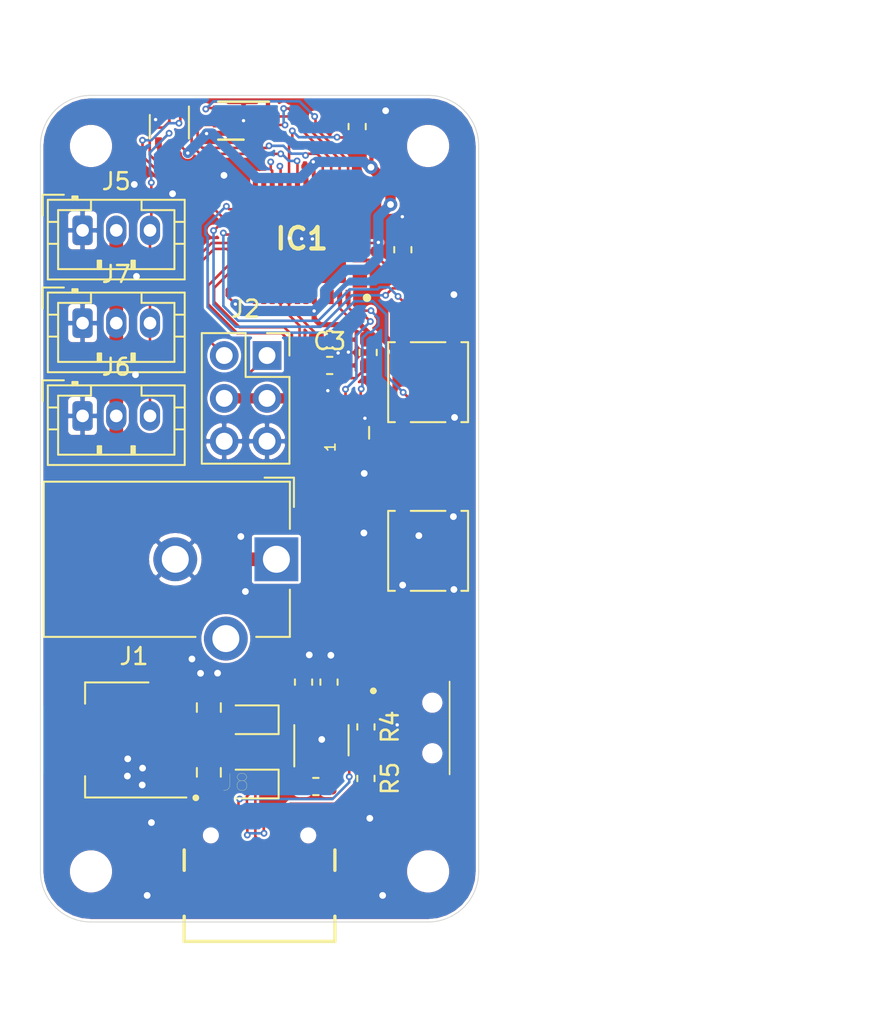
<source format=kicad_pcb>
(kicad_pcb (version 20171130) (host pcbnew "(5.1.6)-1")
  (layers (0 F.Cu signal) (31 B.Cu signal) (34 B.Paste user) (35 F.Paste user) (36 B.SilkS user) (37 F.SilkS user) (38 B.Mask user) (39 F.Mask user) (44 Edge.Cuts user))
  (net 0 "")
  (net 1 GND)
  (net 2 VCC)
  (net 3 +5V)
  (net 4 "Net-(C3-Pad1)")
  (net 5 "Net-(C4-Pad1)")
  (net 6 "Net-(C5-Pad2)")
  (net 7 "Net-(C6-Pad1)")
  (net 8 +5VP)
  (net 9 "Net-(D3-Pad2)")
  (net 10 "Net-(D3-Pad3)")
  (net 11 DOTSTAR_CLK)
  (net 12 DOTSTAR_DATA)
  (net 13 QSPI_D0)
  (net 14 QSPI_D1)
  (net 15 QSPI_D2)
  (net 16 QSPI_D3)
  (net 17 QSPI_SCK)
  (net 18 QSPI_CS)
  (net 19 SDA)
  (net 20 SCL)
  (net 21 RX)
  (net 22 TX)
  (net 23 9)
  (net 24 10)
  (net 25 11)
  (net 26 13)
  (net 27 12)
  (net 28 D-)
  (net 29 D+)
  (net 30 "Net-(IC1-Pad43)")
  (net 31 SWCLK)
  (net 32 SWDIO)
  (net 33 "Net-(R1-Pad1)")
  (net 34 "Net-(SW1-Pad3)")
  (net 35 "Net-(U2-Pad4)")
  (net 36 +3V3)
  (net 37 7)
  (net 38 PA00)
  (net 39 PA01)
  (net 40 PA02)
  (net 41 PB08)
  (net 42 PB09)
  (net 43 PA04)
  (net 44 PA05)
  (net 45 PA06)
  (net 46 PA07)
  (net 47 PA14)
  (net 48 PA15)
  (net 49 PB22)
  (net 50 PB23)
  (net 51 PA27)
  (net 52 "Net-(J8-PadB8)")
  (net 53 "Net-(J8-PadB5)")
  (net 54 "Net-(J8-PadA5)")
  (net 55 "Net-(J8-PadA8)")
  (module Diode_SMD:D_SOD-323 (layer F.Cu) (at 122.6312 99.822 180)
    (fp_text reference D1 hide)
    (fp_text value D)
    (pad 2 smd rect (at 1.05 0 180) (size 0.6 0.45) (layers F.Cu F.Paste F.Mask) (net 8 +5VP))
    (pad 1 smd rect (at -1.05 0 180) (size 0.6 0.45) (layers F.Cu F.Paste F.Mask) (net 7 "Net-(C6-Pad1)"))
  )
  (module Package_TO_SOT_SMD:SOT-223 (layer F.Cu) (at 114.56 97.21 180)
    (fp_text reference U1 hide)
    (fp_text value LM1117-5.0)
    (pad 1 smd rect (at -3.15 -2.3 180) (size 2 1.5) (layers F.Cu F.Paste F.Mask) (net 1 GND))
    (pad 3 smd rect (at -3.15 2.3 180) (size 2 1.5) (layers F.Cu F.Paste F.Mask) (net 2 VCC))
    (pad 2 smd rect (at -3.15 0 180) (size 2 1.5) (layers F.Cu F.Paste F.Mask) (net 3 +5V))
    (pad 4 smd rect (at 3.15 0 180) (size 2 3.8) (layers F.Cu F.Paste F.Mask))
  )
  (module Capacitor_SMD:C_0805_2012Metric (layer F.Cu) (at 119.992 95.29 90)
    (fp_text reference C1 hide)
    (fp_text value CP)
    (pad 1 smd roundrect (at -0.9375 0 90) (size 0.975 1.4) (layers F.Cu F.Paste F.Mask) (net 2 VCC))
    (pad 2 smd roundrect (at 0.9375 0 90) (size 0.975 1.4) (layers F.Cu F.Paste F.Mask) (net 1 GND))
  )
  (module Capacitor_SMD:C_0805_2012Metric (layer F.Cu) (at 119.992 99.13 270)
    (fp_text reference C2 hide)
    (fp_text value CP)
    (pad 2 smd roundrect (at 0.9375 0 270) (size 0.975 1.4) (layers F.Cu F.Paste F.Mask) (net 1 GND))
    (pad 1 smd roundrect (at -0.9375 0 270) (size 0.975 1.4) (layers F.Cu F.Paste F.Mask) (net 3 +5V))
  )
  (module MountingHole:MountingHole_2.2mm_M2 (layer F.Cu) (at 113 105)
    (fp_text reference H1 hide)
    (fp_text value MountingHole)
    (pad 1 np_thru_hole circle (at 0 0) (size 2.2 2.2) (drill 2.2) (layers *.Cu *.Mask))
  )
  (module MountingHole:MountingHole_2.2mm_M2 (layer F.Cu) (at 133 105)
    (fp_text reference H2 hide)
    (fp_text value MountingHole)
    (pad 1 np_thru_hole circle (at 0 0) (size 2.2 2.2) (drill 2.2) (layers *.Cu *.Mask))
  )
  (module Resistor_SMD:R_0603_1608Metric (layer F.Cu) (at 127.16 75.01)
    (fp_text reference C3 (at 0 -1.43) (layer F.SilkS))
    (fp_text value 1uF)
    (pad 2 smd roundrect (at 0.7875 0) (size 0.875 0.95) (layers F.Cu F.Paste F.Mask) (net 1 GND))
    (pad 1 smd roundrect (at -0.7875 0) (size 0.875 0.95) (layers F.Cu F.Paste F.Mask) (net 4 "Net-(C3-Pad1)"))
  )
  (module Resistor_SMD:R_0603_1608Metric (layer F.Cu) (at 127.16 73.48)
    (fp_text reference C4 hide)
    (fp_text value 10uF)
    (pad 1 smd roundrect (at -0.7875 0) (size 0.875 0.95) (layers F.Cu F.Paste F.Mask) (net 5 "Net-(C4-Pad1)"))
    (pad 2 smd roundrect (at 0.7875 0) (size 0.875 0.95) (layers F.Cu F.Paste F.Mask) (net 1 GND))
  )
  (module Resistor_SMD:R_0603_1608Metric (layer F.Cu) (at 131.5 68.15 270)
    (fp_text reference C5 hide)
    (fp_text value 1uF)
    (pad 2 smd roundrect (at 0.7875 0 270) (size 0.875 0.95) (layers F.Cu F.Paste F.Mask) (net 6 "Net-(C5-Pad2)"))
    (pad 1 smd roundrect (at -0.7875 0 270) (size 0.875 0.95) (layers F.Cu F.Paste F.Mask) (net 1 GND))
  )
  (module Resistor_SMD:R_0603_1608Metric (layer F.Cu) (at 125.61 93.78 90)
    (fp_text reference C6 hide)
    (fp_text value 10uF)
    (pad 2 smd roundrect (at 0.7875 0 90) (size 0.875 0.95) (layers F.Cu F.Paste F.Mask) (net 1 GND))
    (pad 1 smd roundrect (at -0.7875 0 90) (size 0.875 0.95) (layers F.Cu F.Paste F.Mask) (net 7 "Net-(C6-Pad1)"))
  )
  (module Diode_SMD:D_SOD-323 (layer F.Cu) (at 122.6312 96.012 180)
    (fp_text reference D2 hide)
    (fp_text value D)
    (pad 1 smd rect (at -1.05 0 180) (size 0.6 0.45) (layers F.Cu F.Paste F.Mask) (net 7 "Net-(C6-Pad1)"))
    (pad 2 smd rect (at 1.05 0 180) (size 0.6 0.45) (layers F.Cu F.Paste F.Mask) (net 3 +5V))
  )
  (module LED_SMD:LED-APA102-2020 (layer F.Cu) (at 128.1 78.15 90)
    (fp_text reference D3 hide)
    (fp_text value APA102-2020)
    (fp_text user 1 (at -1.7 -0.9 90) (layer F.SilkS) (effects (font (size 0.6 0.6) (thickness 0.1))))
    (pad 1 smd rect (at -0.85 -0.9 90) (size 0.8 0.5) (layers F.Cu F.Paste F.Mask) (net 36 +3V3))
    (pad 2 smd rect (at -0.85 0 90) (size 0.8 0.3) (layers F.Cu F.Paste F.Mask) (net 9 "Net-(D3-Pad2)"))
    (pad 3 smd rect (at -0.85 0.9 90) (size 0.8 0.5) (layers F.Cu F.Paste F.Mask) (net 10 "Net-(D3-Pad3)"))
    (pad 5 smd rect (at 0.85 0 90) (size 0.8 0.3) (layers F.Cu F.Paste F.Mask) (net 11 DOTSTAR_CLK))
    (pad 4 smd rect (at 0.85 0.9 90) (size 0.8 0.5) (layers F.Cu F.Paste F.Mask) (net 12 DOTSTAR_DATA))
    (pad 6 smd rect (at 0.85 -0.9 90) (size 0.8 0.5) (layers F.Cu F.Paste F.Mask) (net 1 GND))
    (pad 1 smd rect (at 0 -0.83 180) (size 1 0.5) (layers F.Cu F.Paste F.Mask) (net 36 +3V3))
    (pad 6 smd rect (at 0 0.59 180) (size 1.48 0.5) (layers F.Cu F.Paste F.Mask) (net 1 GND))
  )
  (module unified:QFN50P700X700X90-49N-D (layer F.Cu) (at 125.5 67.5 180)
    (fp_text reference IC1 (at 0 0) (layer F.SilkS) (effects (font (size 1.27 1.27) (thickness 0.254))))
    (fp_text value ATSAMD51G19A-MU hide)
    (pad 1 smd rect (at -3.45 -2.75 270) (size 0.3 0.85) (layers F.Cu F.Paste F.Mask) (net 38 PA00))
    (pad 2 smd rect (at -3.45 -2.25 270) (size 0.3 0.85) (layers F.Cu F.Paste F.Mask) (net 39 PA01))
    (pad 3 smd rect (at -3.45 -1.75 270) (size 0.3 0.85) (layers F.Cu F.Paste F.Mask) (net 40 PA02))
    (pad 4 smd rect (at -3.45 -1.25 270) (size 0.3 0.85) (layers F.Cu F.Paste F.Mask) (net 6 "Net-(C5-Pad2)"))
    (pad 5 smd rect (at -3.45 -0.75 270) (size 0.3 0.85) (layers F.Cu F.Paste F.Mask) (net 1 GND))
    (pad 6 smd rect (at -3.45 -0.25 270) (size 0.3 0.85) (layers F.Cu F.Paste F.Mask) (net 36 +3V3))
    (pad 7 smd rect (at -3.45 0.25 270) (size 0.3 0.85) (layers F.Cu F.Paste F.Mask) (net 41 PB08))
    (pad 8 smd rect (at -3.45 0.75 270) (size 0.3 0.85) (layers F.Cu F.Paste F.Mask) (net 42 PB09))
    (pad 9 smd rect (at -3.45 1.25 270) (size 0.3 0.85) (layers F.Cu F.Paste F.Mask) (net 43 PA04))
    (pad 10 smd rect (at -3.45 1.75 270) (size 0.3 0.85) (layers F.Cu F.Paste F.Mask) (net 44 PA05))
    (pad 11 smd rect (at -3.45 2.25 270) (size 0.3 0.85) (layers F.Cu F.Paste F.Mask) (net 45 PA06))
    (pad 12 smd rect (at -3.45 2.75 270) (size 0.3 0.85) (layers F.Cu F.Paste F.Mask) (net 46 PA07))
    (pad 13 smd rect (at -2.75 3.45 180) (size 0.3 0.85) (layers F.Cu F.Paste F.Mask) (net 13 QSPI_D0))
    (pad 14 smd rect (at -2.25 3.45 180) (size 0.3 0.85) (layers F.Cu F.Paste F.Mask) (net 14 QSPI_D1))
    (pad 15 smd rect (at -1.75 3.45 180) (size 0.3 0.85) (layers F.Cu F.Paste F.Mask) (net 15 QSPI_D2))
    (pad 16 smd rect (at -1.25 3.45 180) (size 0.3 0.85) (layers F.Cu F.Paste F.Mask) (net 16 QSPI_D3))
    (pad 17 smd rect (at -0.75 3.45 180) (size 0.3 0.85) (layers F.Cu F.Paste F.Mask) (net 36 +3V3))
    (pad 18 smd rect (at -0.25 3.45 180) (size 0.3 0.85) (layers F.Cu F.Paste F.Mask) (net 1 GND))
    (pad 19 smd rect (at 0.25 3.45 180) (size 0.3 0.85) (layers F.Cu F.Paste F.Mask) (net 17 QSPI_SCK))
    (pad 20 smd rect (at 0.75 3.45 180) (size 0.3 0.85) (layers F.Cu F.Paste F.Mask) (net 18 QSPI_CS))
    (pad 21 smd rect (at 1.25 3.45 180) (size 0.3 0.85) (layers F.Cu F.Paste F.Mask) (net 19 SDA))
    (pad 22 smd rect (at 1.75 3.45 180) (size 0.3 0.85) (layers F.Cu F.Paste F.Mask) (net 20 SCL))
    (pad 23 smd rect (at 2.25 3.45 180) (size 0.3 0.85) (layers F.Cu F.Paste F.Mask) (net 47 PA14))
    (pad 24 smd rect (at 2.75 3.45 180) (size 0.3 0.85) (layers F.Cu F.Paste F.Mask) (net 48 PA15))
    (pad 25 smd rect (at 3.45 2.75 270) (size 0.3 0.85) (layers F.Cu F.Paste F.Mask) (net 21 RX))
    (pad 26 smd rect (at 3.45 2.25 270) (size 0.3 0.85) (layers F.Cu F.Paste F.Mask) (net 22 TX))
    (pad 27 smd rect (at 3.45 1.75 270) (size 0.3 0.85) (layers F.Cu F.Paste F.Mask) (net 37 7))
    (pad 28 smd rect (at 3.45 1.25 270) (size 0.3 0.85) (layers F.Cu F.Paste F.Mask) (net 23 9))
    (pad 29 smd rect (at 3.45 0.75 270) (size 0.3 0.85) (layers F.Cu F.Paste F.Mask) (net 24 10))
    (pad 30 smd rect (at 3.45 0.25 270) (size 0.3 0.85) (layers F.Cu F.Paste F.Mask) (net 25 11))
    (pad 31 smd rect (at 3.45 -0.25 270) (size 0.3 0.85) (layers F.Cu F.Paste F.Mask) (net 26 13))
    (pad 32 smd rect (at 3.45 -0.75 270) (size 0.3 0.85) (layers F.Cu F.Paste F.Mask) (net 27 12))
    (pad 33 smd rect (at 3.45 -1.25 270) (size 0.3 0.85) (layers F.Cu F.Paste F.Mask) (net 28 D-))
    (pad 34 smd rect (at 3.45 -1.75 270) (size 0.3 0.85) (layers F.Cu F.Paste F.Mask) (net 29 D+))
    (pad 35 smd rect (at 3.45 -2.25 270) (size 0.3 0.85) (layers F.Cu F.Paste F.Mask) (net 1 GND))
    (pad 36 smd rect (at 3.45 -2.75 270) (size 0.3 0.85) (layers F.Cu F.Paste F.Mask) (net 36 +3V3))
    (pad 37 smd rect (at 2.75 -3.45 180) (size 0.3 0.85) (layers F.Cu F.Paste F.Mask) (net 49 PB22))
    (pad 38 smd rect (at 2.25 -3.45 180) (size 0.3 0.85) (layers F.Cu F.Paste F.Mask) (net 50 PB23))
    (pad 39 smd rect (at 1.75 -3.45 180) (size 0.3 0.85) (layers F.Cu F.Paste F.Mask) (net 51 PA27))
    (pad 40 smd rect (at 1.25 -3.45 180) (size 0.3 0.85) (layers F.Cu F.Paste F.Mask) (net 4 "Net-(C3-Pad1)"))
    (pad 41 smd rect (at 0.75 -3.45 180) (size 0.3 0.85) (layers F.Cu F.Paste F.Mask) (net 5 "Net-(C4-Pad1)"))
    (pad 42 smd rect (at 0.25 -3.45 180) (size 0.3 0.85) (layers F.Cu F.Paste F.Mask) (net 1 GND))
    (pad 43 smd rect (at -0.25 -3.45 180) (size 0.3 0.85) (layers F.Cu F.Paste F.Mask) (net 30 "Net-(IC1-Pad43)"))
    (pad 44 smd rect (at -0.75 -3.45 180) (size 0.3 0.85) (layers F.Cu F.Paste F.Mask) (net 36 +3V3))
    (pad 45 smd rect (at -1.25 -3.45 180) (size 0.3 0.85) (layers F.Cu F.Paste F.Mask) (net 31 SWCLK))
    (pad 46 smd rect (at -1.75 -3.45 180) (size 0.3 0.85) (layers F.Cu F.Paste F.Mask) (net 32 SWDIO))
    (pad 47 smd rect (at -2.25 -3.45 180) (size 0.3 0.85) (layers F.Cu F.Paste F.Mask) (net 11 DOTSTAR_CLK))
    (pad 48 smd rect (at -2.75 -3.45 180) (size 0.3 0.85) (layers F.Cu F.Paste F.Mask) (net 12 DOTSTAR_DATA))
    (pad 49 smd rect (at 0 0 180) (size 5.25 5.25) (layers F.Cu F.Paste F.Mask) (net 1 GND))
  )
  (module Resistor_SMD:R_0603_1608Metric (layer F.Cu) (at 126.34 99.97 180)
    (fp_text reference R1 hide)
    (fp_text value 100k)
    (pad 1 smd roundrect (at -0.7875 0 180) (size 0.875 0.95) (layers F.Cu F.Paste F.Mask) (net 33 "Net-(R1-Pad1)"))
    (pad 2 smd roundrect (at 0.7875 0 180) (size 0.875 0.95) (layers F.Cu F.Paste F.Mask) (net 7 "Net-(C6-Pad1)"))
  )
  (module Resistor_SMD:R_0603_1608Metric (layer F.Cu) (at 128.79 60.85 270)
    (fp_text reference R2 hide)
    (fp_text value 100k)
    (pad 1 smd roundrect (at -0.7875 0 270) (size 0.875 0.95) (layers F.Cu F.Paste F.Mask) (net 36 +3V3))
    (pad 2 smd roundrect (at 0.7875 0 270) (size 0.875 0.95) (layers F.Cu F.Paste F.Mask) (net 18 QSPI_CS))
  )
  (module Resistor_SMD:R_0603_1608Metric (layer F.Cu) (at 129.44 74.24 270)
    (fp_text reference R3 hide)
    (fp_text value 10k)
    (pad 1 smd roundrect (at -0.7875 0 270) (size 0.875 0.95) (layers F.Cu F.Paste F.Mask) (net 36 +3V3))
    (pad 2 smd roundrect (at 0.7875 0 270) (size 0.875 0.95) (layers F.Cu F.Paste F.Mask) (net 4 "Net-(C3-Pad1)"))
  )
  (module unified:SK3296S01L1 (layer F.Cu) (at 132 96.5 90)
    (fp_text reference SW1 hide)
    (fp_text value SW_SPDT hide)
    (pad 3 smd rect (at 2.25 -0.9 90) (size 0.9 1.2) (layers F.Cu F.Paste F.Mask) (net 34 "Net-(SW1-Pad3)"))
    (pad 2 smd rect (at -0.75 -0.9 90) (size 0.9 1.2) (layers F.Cu F.Paste F.Mask) (net 1 GND))
    (pad 1 smd rect (at -2.25 -0.9 90) (size 0.9 1.2) (layers F.Cu F.Paste F.Mask) (net 24 10))
    (pad MH1 np_thru_hole circle (at -1.5 1.25 90) (size 0.9 0) (drill 0.9) (layers *.Cu *.Mask))
    (pad MH2 np_thru_hole circle (at 1.5 1.25 90) (size 0.9 0) (drill 0.9) (layers *.Cu *.Mask))
    (pad MP1 smd rect (at -3.8 0.15 90) (size 0.8 0.9) (layers F.Cu F.Paste F.Mask))
    (pad MP2 smd rect (at 3.8 0.15 90) (size 0.8 0.9) (layers F.Cu F.Paste F.Mask))
    (pad MP3 smd rect (at 3.8 2.35 90) (size 0.8 0.9) (layers F.Cu F.Paste F.Mask))
    (pad MP4 smd rect (at -3.8 2.35 90) (size 0.8 0.9) (layers F.Cu F.Paste F.Mask))
  )
  (module Package_TO_SOT_SMD:SOT-23-5 (layer F.Cu) (at 126.67 97.23 90)
    (fp_text reference U2 hide)
    (fp_text value AP2112K-3.3)
    (pad 1 smd rect (at -1.1 -0.95 90) (size 1.06 0.65) (layers F.Cu F.Paste F.Mask) (net 7 "Net-(C6-Pad1)"))
    (pad 2 smd rect (at -1.1 0 90) (size 1.06 0.65) (layers F.Cu F.Paste F.Mask) (net 1 GND))
    (pad 3 smd rect (at -1.1 0.95 90) (size 1.06 0.65) (layers F.Cu F.Paste F.Mask) (net 33 "Net-(R1-Pad1)"))
    (pad 4 smd rect (at 1.1 0.95 90) (size 1.06 0.65) (layers F.Cu F.Paste F.Mask) (net 35 "Net-(U2-Pad4)"))
    (pad 5 smd rect (at 1.1 -0.95 90) (size 1.06 0.65) (layers F.Cu F.Paste F.Mask) (net 36 +3V3))
  )
  (module Package_DFN_QFN:DFN-8-1EP_3x2mm_P0.5mm_EP1.75x1.45mm (layer F.Cu) (at 122.05 60.5 180)
    (fp_text reference U3 hide)
    (fp_text value AT25xxx-MA)
    (pad 1 smd rect (at -1.45 -0.75 180) (size 0.75 0.3) (layers F.Cu F.Paste F.Mask) (net 18 QSPI_CS))
    (pad 2 smd rect (at -1.45 -0.25 180) (size 0.75 0.3) (layers F.Cu F.Paste F.Mask) (net 14 QSPI_D1))
    (pad 3 smd rect (at -1.45 0.25 180) (size 0.75 0.3) (layers F.Cu F.Paste F.Mask) (net 15 QSPI_D2))
    (pad 4 smd rect (at -1.45 0.75 180) (size 0.75 0.3) (layers F.Cu F.Paste F.Mask) (net 1 GND))
    (pad 5 smd rect (at 1.45 0.75 180) (size 0.75 0.3) (layers F.Cu F.Paste F.Mask) (net 13 QSPI_D0))
    (pad 6 smd rect (at 1.45 0.25 180) (size 0.75 0.3) (layers F.Cu F.Paste F.Mask) (net 17 QSPI_SCK))
    (pad 7 smd rect (at 1.45 -0.25 180) (size 0.75 0.3) (layers F.Cu F.Paste F.Mask) (net 16 QSPI_D3))
    (pad 8 smd rect (at 1.45 -0.75 180) (size 0.75 0.3) (layers F.Cu F.Paste F.Mask) (net 36 +3V3))
    (pad 9 smd rect (at 0 0 180) (size 1.75 1.45) (layers F.Cu F.Mask) (net 1 GND))
  )
  (module Package_TO_SOT_SMD:SOT-353_SC-70-5 (layer F.Cu) (at 117.65 60.86 270)
    (fp_text reference U4 hide)
    (fp_text value 74LVC1G125)
    (pad 1 smd rect (at -0.95 -0.65 270) (size 0.65 0.4) (layers F.Cu F.Paste F.Mask) (net 23 9))
    (pad 3 smd rect (at -0.95 0.65 270) (size 0.65 0.4) (layers F.Cu F.Paste F.Mask) (net 1 GND))
    (pad 2 smd rect (at -0.95 0 270) (size 0.65 0.4) (layers F.Cu F.Paste F.Mask) (net 22 TX))
    (pad 4 smd rect (at 0.95 0.65 270) (size 0.65 0.4) (layers F.Cu F.Paste F.Mask) (net 21 RX))
    (pad 5 smd rect (at 0.95 -0.65 270) (size 0.65 0.4) (layers F.Cu F.Paste F.Mask) (net 36 +3V3))
  )
  (module Resistor_SMD:R_0603_1608Metric (layer F.Cu) (at 127.12 93.78 90)
    (fp_text reference C7 hide)
    (fp_text value 10uF)
    (pad 1 smd roundrect (at -0.7875 0 90) (size 0.875 0.95) (layers F.Cu F.Paste F.Mask) (net 36 +3V3))
    (pad 2 smd roundrect (at 0.7875 0 90) (size 0.875 0.95) (layers F.Cu F.Paste F.Mask) (net 1 GND))
  )
  (module Button_Switch_SMD:SW_SPST_TL3305C (layer F.Cu) (at 133 76 270)
    (fp_text reference SW2 hide)
    (fp_text value SW_SPST)
    (pad 1 smd rect (at 3.6 -1.5 270) (size 1.6 1.4) (layers F.Cu F.Paste F.Mask) (net 1 GND))
    (pad 1 smd rect (at -3.6 -1.5 270) (size 1.6 1.4) (layers F.Cu F.Paste F.Mask) (net 1 GND))
    (pad 2 smd rect (at 3.6 1.5 270) (size 1.6 1.4) (layers F.Cu F.Paste F.Mask) (net 25 11))
    (pad 2 smd rect (at -3.6 1.5 270) (size 1.6 1.4) (layers F.Cu F.Paste F.Mask) (net 25 11))
  )
  (module Button_Switch_SMD:SW_SPST_TL3305C (layer F.Cu) (at 133 86 270)
    (fp_text reference SW3 hide)
    (fp_text value SW_SPST)
    (pad 2 smd rect (at -3.6 1.5 270) (size 1.6 1.4) (layers F.Cu F.Paste F.Mask) (net 37 7))
    (pad 2 smd rect (at 3.6 1.5 270) (size 1.6 1.4) (layers F.Cu F.Paste F.Mask) (net 37 7))
    (pad 1 smd rect (at -3.6 -1.5 270) (size 1.6 1.4) (layers F.Cu F.Paste F.Mask) (net 1 GND))
    (pad 1 smd rect (at 3.6 -1.5 270) (size 1.6 1.4) (layers F.Cu F.Paste F.Mask) (net 1 GND))
  )
  (module MountingHole:MountingHole_2.2mm_M2 (layer F.Cu) (at 113 62)
    (fp_text reference H3 hide)
    (fp_text value MountingHole)
    (pad 1 np_thru_hole circle (at 0 0) (size 2.2 2.2) (drill 2.2) (layers *.Cu *.Mask))
  )
  (module MountingHole:MountingHole_2.2mm_M2 (layer F.Cu) (at 133 62)
    (fp_text reference H4 hide)
    (fp_text value MountingHole)
    (pad 1 np_thru_hole circle (at 0 0) (size 2.2 2.2) (drill 2.2) (layers *.Cu *.Mask))
  )
  (module Connector_BarrelJack:BarrelJack_CUI_PJ-102AH_Horizontal (layer F.Cu) (at 124 86.5 270)
    (fp_text reference J1 (at 5.75 8.45) (layer F.SilkS))
    (fp_text value Barrel_Jack)
    (pad 1 thru_hole rect (at 0 0 270) (size 2.6 2.6) (drill 1.6) (layers *.Cu *.Mask) (net 2 VCC))
    (pad 2 thru_hole circle (at 0 6 270) (size 2.6 2.6) (drill 1.6) (layers *.Cu *.Mask) (net 1 GND))
    (pad 3 thru_hole circle (at 4.7 3 270) (size 2.6 2.6) (drill 1.6) (layers *.Cu *.Mask))
  )
  (module Connector_PinSocket_2.54mm:PinSocket_2x03_P2.54mm_Vertical (layer F.Cu) (at 123.444 74.422)
    (fp_text reference J2 (at -1.27 -2.77) (layer F.SilkS))
    (fp_text value Conn_02x03_Odd_Even)
    (pad 1 thru_hole rect (at 0 0) (size 1.7 1.7) (drill 1) (layers *.Cu *.Mask) (net 26 13))
    (pad 2 thru_hole oval (at -2.54 0) (size 1.7 1.7) (drill 1) (layers *.Cu *.Mask) (net 27 12))
    (pad 3 thru_hole oval (at 0 2.54) (size 1.7 1.7) (drill 1) (layers *.Cu *.Mask) (net 3 +5V))
    (pad 4 thru_hole oval (at -2.54 2.54) (size 1.7 1.7) (drill 1) (layers *.Cu *.Mask) (net 3 +5V))
    (pad 5 thru_hole oval (at 0 5.08) (size 1.7 1.7) (drill 1) (layers *.Cu *.Mask) (net 1 GND))
    (pad 6 thru_hole oval (at -2.54 5.08) (size 1.7 1.7) (drill 1) (layers *.Cu *.Mask) (net 1 GND))
  )
  (module Connector_JST:JST_PH_B3B-PH-K_1x03_P2.00mm_Vertical (layer F.Cu) (at 112.5 67)
    (fp_text reference J5 (at 2 -2.9) (layer F.SilkS))
    (fp_text value Conn_01x03_Male)
    (pad 1 thru_hole roundrect (at 0 0) (size 1.2 1.75) (drill 0.75) (layers *.Cu *.Mask) (roundrect_rratio 0.208333) (net 1 GND))
    (pad 2 thru_hole oval (at 2 0) (size 1.2 1.75) (drill 0.75) (layers *.Cu *.Mask) (net 2 VCC))
    (pad 3 thru_hole oval (at 4 0) (size 1.2 1.75) (drill 0.75) (layers *.Cu *.Mask) (net 21 RX))
  )
  (module Connector_JST:JST_PH_B3B-PH-K_1x03_P2.00mm_Vertical (layer F.Cu) (at 112.5 78)
    (fp_text reference J6 (at 2 -2.9) (layer F.SilkS))
    (fp_text value Conn_01x03_Male)
    (pad 3 thru_hole oval (at 4 0) (size 1.2 1.75) (drill 0.75) (layers *.Cu *.Mask) (net 21 RX))
    (pad 2 thru_hole oval (at 2 0) (size 1.2 1.75) (drill 0.75) (layers *.Cu *.Mask) (net 2 VCC))
    (pad 1 thru_hole roundrect (at 0 0) (size 1.2 1.75) (drill 0.75) (layers *.Cu *.Mask) (roundrect_rratio 0.208333) (net 1 GND))
  )
  (module Connector_JST:JST_PH_B3B-PH-K_1x03_P2.00mm_Vertical (layer F.Cu) (at 112.5 72.5)
    (fp_text reference J7 (at 2 -2.9) (layer F.SilkS))
    (fp_text value Conn_01x03_Male)
    (pad 1 thru_hole roundrect (at 0 0) (size 1.2 1.75) (drill 0.75) (layers *.Cu *.Mask) (roundrect_rratio 0.208333) (net 1 GND))
    (pad 2 thru_hole oval (at 2 0) (size 1.2 1.75) (drill 0.75) (layers *.Cu *.Mask) (net 2 VCC))
    (pad 3 thru_hole oval (at 4 0) (size 1.2 1.75) (drill 0.75) (layers *.Cu *.Mask) (net 21 RX))
  )
  (module unified:GCT_USB4110-GF-A (layer F.Cu) (at 123 102.87)
    (fp_text reference J8 (at -1.425 -3.135) (layer F.SilkS) (effects (font (thickness 0.015))))
    (fp_text value USB4110-GF-A)
    (pad A1/B12 smd rect (at -3.2 -1.075) (size 0.6 1.15) (layers F.Cu F.Paste F.Mask) (net 1 GND))
    (pad A4/B9 smd rect (at -2.4 -1.075) (size 0.6 1.15) (layers F.Cu F.Paste F.Mask) (net 8 +5VP))
    (pad B4/A9 smd rect (at 2.4 -1.075) (size 0.6 1.15) (layers F.Cu F.Paste F.Mask) (net 8 +5VP))
    (pad B1/A12 smd rect (at 3.2 -1.075) (size 0.6 1.15) (layers F.Cu F.Paste F.Mask) (net 1 GND))
    (pad B8 smd rect (at -1.75 -1.075) (size 0.3 1.15) (layers F.Cu F.Paste F.Mask) (net 52 "Net-(J8-PadB8)"))
    (pad B5 smd rect (at 1.75 -1.075) (size 0.3 1.15) (layers F.Cu F.Paste F.Mask) (net 53 "Net-(J8-PadB5)"))
    (pad A5 smd rect (at -1.25 -1.075) (size 0.3 1.15) (layers F.Cu F.Paste F.Mask) (net 54 "Net-(J8-PadA5)"))
    (pad A8 smd rect (at 1.25 -1.075) (size 0.3 1.15) (layers F.Cu F.Paste F.Mask) (net 55 "Net-(J8-PadA8)"))
    (pad B7 smd rect (at -0.75 -1.075) (size 0.3 1.15) (layers F.Cu F.Paste F.Mask) (net 28 D-))
    (pad B6 smd rect (at 0.75 -1.075) (size 0.3 1.15) (layers F.Cu F.Paste F.Mask) (net 29 D+))
    (pad A6 smd rect (at -0.25 -1.075) (size 0.3 1.15) (layers F.Cu F.Paste F.Mask) (net 29 D+))
    (pad A7 smd rect (at 0.25 -1.075) (size 0.3 1.15) (layers F.Cu F.Paste F.Mask) (net 28 D-))
    (pad S1 smd rect (at -5.11 -0.5) (size 2.18 2) (layers F.Cu F.Paste F.Mask) (net 1 GND))
    (pad S2 smd rect (at 5.11 -0.5) (size 2.18 2) (layers F.Cu F.Paste F.Mask) (net 1 GND))
    (pad S3 smd rect (at -5.11 3.43) (size 2.18 2) (layers F.Cu F.Paste F.Mask) (net 1 GND))
    (pad S4 smd rect (at 5.11 3.43) (size 2.18 2) (layers F.Cu F.Paste F.Mask) (net 1 GND))
    (pad None np_thru_hole circle (at -2.89 0) (size 0.65 0.65) (drill 0.65) (layers *.Cu *.Mask))
    (pad None np_thru_hole circle (at 2.89 0) (size 0.65 0.65) (drill 0.65) (layers *.Cu *.Mask))
  )
  (module Resistor_SMD:R_0603_1608Metric (layer F.Cu) (at 129.310401 96.436801 270)
    (fp_text reference R4 (at 0 -1.43 90) (layer F.SilkS))
    (fp_text value 5.1k)
    (pad 2 smd roundrect (at 0.7875 0 270) (size 0.875 0.95) (layers F.Cu F.Paste F.Mask) (net 54 "Net-(J8-PadA5)"))
    (pad 1 smd roundrect (at -0.7875 0 270) (size 0.875 0.95) (layers F.Cu F.Paste F.Mask) (net 1 GND))
  )
  (module Resistor_SMD:R_0603_1608Metric (layer F.Cu) (at 129.3114 99.4918 270)
    (fp_text reference R5 (at 0 -1.43 90) (layer F.SilkS))
    (fp_text value 5.1k)
    (pad 1 smd roundrect (at -0.7875 0 270) (size 0.875 0.95) (layers F.Cu F.Paste F.Mask) (net 53 "Net-(J8-PadB5)"))
    (pad 2 smd roundrect (at 0.7875 0 270) (size 0.875 0.95) (layers F.Cu F.Paste F.Mask) (net 1 GND))
  )
  (gr_line (start 133 59) (end 113 59) (layer Edge.Cuts) (width 0.05))
  (gr_line (start 113 108) (end 133 108) (layer Edge.Cuts) (width 0.05))
  (gr_line (start 136 105) (end 136 62) (layer Edge.Cuts) (width 0.05))
  (gr_line (start 110 62) (end 110 105) (layer Edge.Cuts) (width 0.05))
  (gr_arc (start 113 105) (end 110 105) (angle -90) (layer Edge.Cuts) (width 0.05))
  (gr_arc (start 133 105) (end 133 108) (angle -90) (layer Edge.Cuts) (width 0.05))
  (gr_arc (start 133 62) (end 136 62) (angle -90) (layer Edge.Cuts) (width 0.05))
  (gr_arc (start 113 62) (end 113 59) (angle -90) (layer Edge.Cuts) (width 0.05))
  (via (at 131.49 88.03) (size 0.8) (drill 0.4) (layers F.Cu B.Cu) (net 1))
  (via (at 129.21 81.41) (size 0.8) (drill 0.4) (layers F.Cu B.Cu) (net 1))
  (via (at 129.19 84.94) (size 0.8) (drill 0.4) (layers F.Cu B.Cu) (net 1))
  (via (at 132.45 85.1) (size 0.8) (drill 0.4) (layers F.Cu B.Cu) (net 1))
  (via (at 122.16 88.41) (size 0.8) (drill 0.4) (layers F.Cu B.Cu) (net 1))
  (via (at 121.89 85.15) (size 0.8) (drill 0.4) (layers F.Cu B.Cu) (net 1))
  (via (at 115.64 75.56) (size 0.8) (drill 0.4) (layers F.Cu B.Cu) (net 1))
  (via (at 115.7 69.73) (size 0.8) (drill 0.4) (layers F.Cu B.Cu) (net 1))
  (via (at 130.48 59.91) (size 0.8) (drill 0.4) (layers F.Cu B.Cu) (net 1))
  (via (at 120.89 63.74) (size 0.8) (drill 0.4) (layers F.Cu B.Cu) (net 1))
  (via (at 115.57 64.28) (size 0.8) (drill 0.4) (layers F.Cu B.Cu) (net 1))
  (via (at 117.84 64.83) (size 0.8) (drill 0.4) (layers F.Cu B.Cu) (net 1))
  (segment (start 125.75 67.25) (end 125.5 67.5) (width 0.1524) (layer F.Cu) (net 1))
  (segment (start 125.75 64.05) (end 125.75 67.25) (width 0.1524) (layer F.Cu) (net 1))
  (segment (start 122.8 59.75) (end 122.05 60.5) (width 0.1524) (layer F.Cu) (net 1))
  (segment (start 123.5 59.75) (end 122.8 59.75) (width 0.1524) (layer F.Cu) (net 1))
  (via (at 122.05 60.5) (size 0.4) (drill 0.2) (layers F.Cu B.Cu) (net 1))
  (via (at 116.833567 60.435137) (size 0.4) (drill 0.2) (layers F.Cu B.Cu) (net 1))
  (segment (start 117 59.91) (end 117 60.268704) (width 0.1524) (layer F.Cu) (net 1))
  (segment (start 117 60.268704) (end 116.833567 60.435137) (width 0.1524) (layer F.Cu) (net 1))
  (segment (start 118.2675 100.0675) (end 117.71 99.51) (width 0.6096) (layer F.Cu) (net 1))
  (segment (start 119.992 100.0675) (end 118.2675 100.0675) (width 0.6096) (layer F.Cu) (net 1))
  (segment (start 125.5 70.127838) (end 125.5 67.5) (width 0.1524) (layer F.Cu) (net 1))
  (segment (start 125.25 70.377838) (end 125.5 70.127838) (width 0.1524) (layer F.Cu) (net 1))
  (segment (start 125.25 70.95) (end 125.25 70.377838) (width 0.1524) (layer F.Cu) (net 1))
  (segment (start 126.25 68.25) (end 125.5 67.5) (width 0.1524) (layer F.Cu) (net 1))
  (segment (start 128.95 68.25) (end 126.25 68.25) (width 0.1524) (layer F.Cu) (net 1))
  (via (at 128.27 74.2188) (size 0.4) (drill 0.2) (layers F.Cu B.Cu) (net 1))
  (segment (start 127.9475 73.48) (end 127.9475 73.8963) (width 0.1524) (layer F.Cu) (net 1))
  (segment (start 127.9475 73.8963) (end 128.27 74.2188) (width 0.1524) (layer F.Cu) (net 1))
  (segment (start 127.9475 75.01) (end 127.9475 74.5567) (width 0.1524) (layer F.Cu) (net 1))
  (via (at 127.6604 74.2696) (size 0.4) (drill 0.2) (layers F.Cu B.Cu) (net 1))
  (segment (start 127.9475 74.5567) (end 127.6604 74.2696) (width 0.1524) (layer F.Cu) (net 1))
  (via (at 127.0508 76.5048) (size 0.4) (drill 0.2) (layers F.Cu B.Cu) (net 1))
  (segment (start 127.2 77.3) (end 127.2 76.654) (width 0.1524) (layer F.Cu) (net 1))
  (segment (start 127.2 76.654) (end 127.0508 76.5048) (width 0.1524) (layer F.Cu) (net 1))
  (via (at 129.25 78.14) (size 0.4) (drill 0.2) (layers F.Cu B.Cu) (net 1))
  (via (at 131.4704 66.1924) (size 0.4) (drill 0.2) (layers F.Cu B.Cu) (net 1))
  (segment (start 131.5 67.3625) (end 131.5 66.222) (width 0.1524) (layer F.Cu) (net 1))
  (segment (start 131.5 66.222) (end 131.4704 66.1924) (width 0.1524) (layer F.Cu) (net 1))
  (segment (start 123.25 69.75) (end 125.5 67.5) (width 0.1524) (layer F.Cu) (net 1))
  (segment (start 122.05 69.75) (end 123.25 69.75) (width 0.1524) (layer F.Cu) (net 1))
  (via (at 125.5 67.5) (size 0.4) (drill 0.2) (layers F.Cu B.Cu) (net 1))
  (via (at 126.1364 67.5132) (size 0.4) (drill 0.2) (layers F.Cu B.Cu) (net 1))
  (segment (start 125.5 67.5) (end 126.1232 67.5) (width 0.1524) (layer F.Cu) (net 1))
  (segment (start 126.1232 67.5) (end 126.1364 67.5132) (width 0.1524) (layer F.Cu) (net 1))
  (via (at 124.7648 67.4624) (size 0.4) (drill 0.2) (layers F.Cu B.Cu) (net 1))
  (segment (start 125.5 67.5) (end 124.8024 67.5) (width 0.1524) (layer F.Cu) (net 1))
  (segment (start 124.8024 67.5) (end 124.7648 67.4624) (width 0.1524) (layer F.Cu) (net 1))
  (via (at 131.1656 96.3168) (size 0.4) (drill 0.2) (layers F.Cu B.Cu) (net 1))
  (segment (start 131.1 97.25) (end 131.1 96.3824) (width 0.1524) (layer F.Cu) (net 1))
  (segment (start 131.1 96.3824) (end 131.1656 96.3168) (width 0.1524) (layer F.Cu) (net 1))
  (via (at 120.51 93.25) (size 0.8) (drill 0.4) (layers F.Cu B.Cu) (net 1))
  (segment (start 119.992 94.3525) (end 119.992 93.768) (width 0.25) (layer F.Cu) (net 1))
  (segment (start 119.992 93.768) (end 120.51 93.25) (width 0.25) (layer F.Cu) (net 1))
  (segment (start 120.51 93.25) (end 119.51 93.25) (width 0.25) (layer B.Cu) (net 1))
  (via (at 119.5 93.26) (size 0.8) (drill 0.4) (layers F.Cu B.Cu) (net 1))
  (segment (start 119.51 93.25) (end 119.5 93.26) (width 0.25) (layer B.Cu) (net 1))
  (via (at 118.99 92.41) (size 0.8) (drill 0.4) (layers F.Cu B.Cu) (net 1))
  (segment (start 119.5 93.26) (end 119.5 92.92) (width 0.25) (layer F.Cu) (net 1))
  (segment (start 119.5 92.92) (end 118.99 92.41) (width 0.25) (layer F.Cu) (net 1))
  (segment (start 119.992 93.752) (end 119.5 93.26) (width 0.25) (layer F.Cu) (net 1))
  (segment (start 119.992 94.3525) (end 119.992 93.752) (width 0.25) (layer F.Cu) (net 1))
  (segment (start 117.71 99.51) (end 116.69 99.51) (width 0.25) (layer F.Cu) (net 1))
  (via (at 116.06 98.88) (size 0.8) (drill 0.4) (layers F.Cu B.Cu) (net 1))
  (segment (start 116.69 99.51) (end 116.06 98.88) (width 0.25) (layer F.Cu) (net 1))
  (segment (start 116.06 98.88) (end 116.06 99.86) (width 0.25) (layer B.Cu) (net 1))
  (via (at 116.04 99.88) (size 0.8) (drill 0.4) (layers F.Cu B.Cu) (net 1))
  (segment (start 116.06 99.86) (end 116.04 99.88) (width 0.25) (layer B.Cu) (net 1))
  (via (at 115.16 99.35) (size 0.8) (drill 0.4) (layers F.Cu B.Cu) (net 1))
  (segment (start 116.04 99.88) (end 115.69 99.88) (width 0.25) (layer F.Cu) (net 1))
  (segment (start 115.69 99.88) (end 115.16 99.35) (width 0.25) (layer F.Cu) (net 1))
  (via (at 115.18 98.33) (size 0.8) (drill 0.4) (layers F.Cu B.Cu) (net 1))
  (segment (start 115.16 99.35) (end 115.16 98.35) (width 0.25) (layer B.Cu) (net 1))
  (segment (start 115.16 98.35) (end 115.18 98.33) (width 0.25) (layer B.Cu) (net 1))
  (segment (start 120.5125 100.588) (end 119.992 100.0675) (width 0.25) (layer F.Cu) (net 1))
  (via (at 116.586 102.108) (size 0.8) (drill 0.4) (layers F.Cu B.Cu) (net 1))
  (via (at 116.332 106.426) (size 0.8) (drill 0.4) (layers F.Cu B.Cu) (net 1))
  (via (at 129.54 101.854) (size 0.8) (drill 0.4) (layers F.Cu B.Cu) (net 1))
  (via (at 130.302 106.426) (size 0.8) (drill 0.4) (layers F.Cu B.Cu) (net 1))
  (segment (start 126.67 98.33) (end 126.67 97.2) (width 0.25) (layer F.Cu) (net 1))
  (via (at 126.69 97.18) (size 0.8) (drill 0.4) (layers F.Cu B.Cu) (net 1))
  (segment (start 126.67 97.2) (end 126.69 97.18) (width 0.25) (layer F.Cu) (net 1))
  (via (at 125.95 92.167) (size 0.8) (drill 0.4) (layers F.Cu B.Cu) (net 1))
  (segment (start 125.61 92.9925) (end 125.61 92.507) (width 0.25) (layer F.Cu) (net 1))
  (segment (start 125.61 92.507) (end 125.95 92.167) (width 0.25) (layer F.Cu) (net 1))
  (segment (start 127.12 92.9925) (end 127.12 92.3) (width 0.25) (layer F.Cu) (net 1))
  (via (at 127.23 92.19) (size 0.8) (drill 0.4) (layers F.Cu B.Cu) (net 1))
  (segment (start 127.12 92.3) (end 127.23 92.19) (width 0.25) (layer F.Cu) (net 1))
  (via (at 134.53 88.29) (size 0.8) (drill 0.4) (layers F.Cu B.Cu) (net 1))
  (segment (start 134.5 89.6) (end 134.5 88.32) (width 0.25) (layer F.Cu) (net 1))
  (segment (start 134.5 88.32) (end 134.53 88.29) (width 0.25) (layer F.Cu) (net 1))
  (via (at 134.5 83.97) (size 0.8) (drill 0.4) (layers F.Cu B.Cu) (net 1))
  (segment (start 134.5 82.4) (end 134.5 83.97) (width 0.25) (layer F.Cu) (net 1))
  (via (at 134.57 78.09) (size 0.8) (drill 0.4) (layers F.Cu B.Cu) (net 1))
  (segment (start 134.5 79.6) (end 134.5 78.16) (width 0.25) (layer F.Cu) (net 1))
  (segment (start 134.5 78.16) (end 134.57 78.09) (width 0.25) (layer F.Cu) (net 1))
  (via (at 134.53 70.81) (size 0.8) (drill 0.4) (layers F.Cu B.Cu) (net 1))
  (segment (start 134.5 72.4) (end 134.5 70.84) (width 0.25) (layer F.Cu) (net 1))
  (segment (start 134.5 70.84) (end 134.53 70.81) (width 0.25) (layer F.Cu) (net 1))
  (segment (start 130.48 59.91) (end 129.82361 59.25361) (width 0.1524) (layer F.Cu) (net 1))
  (segment (start 115.78639 59.25361) (end 115.62 59.42) (width 0.1524) (layer F.Cu) (net 1))
  (segment (start 117 59.36) (end 117.10639 59.25361) (width 0.1524) (layer F.Cu) (net 1))
  (segment (start 118.85 59.25361) (end 117.10639 59.25361) (width 0.1524) (layer F.Cu) (net 1))
  (segment (start 117 59.91) (end 117 59.36) (width 0.1524) (layer F.Cu) (net 1))
  (segment (start 117.10639 59.25361) (end 115.78639 59.25361) (width 0.1524) (layer F.Cu) (net 1))
  (segment (start 122.05 59.42) (end 122.21639 59.25361) (width 0.1524) (layer F.Cu) (net 1))
  (segment (start 122.05 60.5) (end 122.05 59.42) (width 0.1524) (layer F.Cu) (net 1))
  (segment (start 129.82361 59.25361) (end 122.21639 59.25361) (width 0.1524) (layer F.Cu) (net 1))
  (segment (start 122.21639 59.25361) (end 118.85 59.25361) (width 0.1524) (layer F.Cu) (net 1))
  (segment (start 127.535 101.795) (end 128.11 102.37) (width 0.6096) (layer F.Cu) (net 1))
  (segment (start 126.2 101.795) (end 127.535 101.795) (width 0.6096) (layer F.Cu) (net 1))
  (segment (start 118.465 101.795) (end 117.89 102.37) (width 0.6096) (layer F.Cu) (net 1))
  (segment (start 119.8 101.795) (end 118.465 101.795) (width 0.6096) (layer F.Cu) (net 1))
  (segment (start 118.6745 94.91) (end 117.71 94.91) (width 0.6096) (layer F.Cu) (net 2))
  (segment (start 119.992 96.2275) (end 118.6745 94.91) (width 0.6096) (layer F.Cu) (net 2))
  (segment (start 124 86.5) (end 122.034 86.5) (width 0.8128) (layer F.Cu) (net 2))
  (segment (start 117.71 90.824) (end 117.71 94.91) (width 0.8128) (layer F.Cu) (net 2))
  (segment (start 122.034 86.5) (end 121.2472 86.5) (width 0.8128) (layer F.Cu) (net 2))
  (segment (start 114.5 79.7528) (end 114.5 78) (width 0.8128) (layer F.Cu) (net 2))
  (segment (start 121.2472 86.5) (end 114.5 79.7528) (width 0.8128) (layer F.Cu) (net 2))
  (segment (start 114.5 78) (end 114.5 67) (width 0.8128) (layer F.Cu) (net 2))
  (segment (start 121.2472 87.2868) (end 117.71 90.824) (width 0.6096) (layer F.Cu) (net 2))
  (segment (start 121.2472 86.5) (end 121.2472 87.2868) (width 0.6096) (layer F.Cu) (net 2))
  (segment (start 118.6925 98.1925) (end 117.71 97.21) (width 0.6096) (layer F.Cu) (net 3))
  (segment (start 119.992 98.1925) (end 118.6925 98.1925) (width 0.6096) (layer F.Cu) (net 3))
  (segment (start 121.5812 95.404704) (end 121.5812 96.012) (width 0.6096) (layer F.Cu) (net 3))
  (segment (start 121 76.96) (end 124.9152 76.96) (width 0.6096) (layer F.Cu) (net 3))
  (segment (start 125.091338 90.60498) (end 123.412908 92.28341) (width 0.6096) (layer F.Cu) (net 3))
  (segment (start 124.9152 76.96) (end 125.4252 77.47) (width 0.6096) (layer F.Cu) (net 3))
  (segment (start 125.4252 77.47) (end 125.4252 80.195938) (width 0.6096) (layer F.Cu) (net 3))
  (segment (start 125.4252 80.195938) (end 127.58419 82.354928) (width 0.6096) (layer F.Cu) (net 3))
  (segment (start 121.621288 95.404704) (end 121.5812 95.404704) (width 0.6096) (layer F.Cu) (net 3))
  (segment (start 127.58419 82.354928) (end 127.58419 89.755474) (width 0.6096) (layer F.Cu) (net 3))
  (segment (start 126.734684 90.60498) (end 125.091338 90.60498) (width 0.6096) (layer F.Cu) (net 3))
  (segment (start 127.58419 89.755474) (end 126.734684 90.60498) (width 0.6096) (layer F.Cu) (net 3))
  (segment (start 123.412908 92.28341) (end 123.412908 93.613084) (width 0.6096) (layer F.Cu) (net 3))
  (segment (start 123.412908 93.613084) (end 121.621288 95.404704) (width 0.6096) (layer F.Cu) (net 3))
  (segment (start 121.5812 96.012) (end 121.5812 97.6588) (width 0.6096) (layer F.Cu) (net 3))
  (segment (start 121.0475 98.1925) (end 119.992 98.1925) (width 0.6096) (layer F.Cu) (net 3))
  (segment (start 121.5812 97.6588) (end 121.0475 98.1925) (width 0.6096) (layer F.Cu) (net 3))
  (segment (start 126.3725 75.01) (end 125.81 75.01) (width 0.1524) (layer F.Cu) (net 4))
  (segment (start 125.81 75.01) (end 125.3744 74.5744) (width 0.1524) (layer F.Cu) (net 4))
  (segment (start 124.25 71.5274) (end 124.25 70.95) (width 0.1524) (layer F.Cu) (net 4))
  (segment (start 125.3744 72.6518) (end 124.25 71.5274) (width 0.1524) (layer F.Cu) (net 4))
  (segment (start 125.3744 74.5744) (end 125.3744 72.6518) (width 0.1524) (layer F.Cu) (net 4))
  (segment (start 127.12371 75.76121) (end 126.3725 75.01) (width 0.1524) (layer F.Cu) (net 4))
  (segment (start 128.70629 75.76121) (end 127.12371 75.76121) (width 0.1524) (layer F.Cu) (net 4))
  (segment (start 129.44 75.0275) (end 128.70629 75.76121) (width 0.1524) (layer F.Cu) (net 4))
  (segment (start 124.75 70.95) (end 124.75 71.529018) (width 0.1524) (layer F.Cu) (net 5))
  (segment (start 126.3725 73.151518) (end 126.3725 73.48) (width 0.1524) (layer F.Cu) (net 5))
  (segment (start 124.75 71.529018) (end 126.3725 73.151518) (width 0.1524) (layer F.Cu) (net 5))
  (segment (start 128.95 68.75) (end 130.1672 68.75) (width 0.1524) (layer F.Cu) (net 6))
  (segment (start 130.3547 68.9375) (end 131.5 68.9375) (width 0.1524) (layer F.Cu) (net 6))
  (segment (start 130.1672 68.75) (end 130.3547 68.9375) (width 0.1524) (layer F.Cu) (net 6))
  (segment (start 123.6812 96.012) (end 123.6812 98.0488) (width 0.6096) (layer F.Cu) (net 7))
  (segment (start 123.9624 98.33) (end 123.6812 98.0488) (width 0.6096) (layer F.Cu) (net 7))
  (segment (start 125.72 98.33) (end 123.9624 98.33) (width 0.6096) (layer F.Cu) (net 7))
  (segment (start 125.72 99.8025) (end 125.5525 99.97) (width 0.6096) (layer F.Cu) (net 7))
  (segment (start 125.72 98.33) (end 125.72 99.8025) (width 0.6096) (layer F.Cu) (net 7))
  (segment (start 123.6812 99.822) (end 123.6812 98.0488) (width 0.6096) (layer F.Cu) (net 7))
  (segment (start 124.1655 96.012) (end 125.61 94.5675) (width 0.6096) (layer F.Cu) (net 7))
  (segment (start 123.6812 96.012) (end 124.1655 96.012) (width 0.6096) (layer F.Cu) (net 7))
  (segment (start 121.7 99.9408) (end 121.5812 99.822) (width 0.3048) (layer F.Cu) (net 8))
  (segment (start 121.5812 100.127142) (end 121.5812 99.822) (width 0.3048) (layer F.Cu) (net 8))
  (segment (start 120.6 101.108342) (end 121.5812 100.127142) (width 0.3048) (layer F.Cu) (net 8))
  (segment (start 120.6 101.795) (end 120.6 101.108342) (width 0.3048) (layer F.Cu) (net 8))
  (segment (start 121.787968 103.60661) (end 124.23139 103.60661) (width 0.3048) (layer F.Cu) (net 8))
  (segment (start 120.6 101.795) (end 120.739801 101.934801) (width 0.3048) (layer F.Cu) (net 8))
  (segment (start 120.739801 102.558443) (end 121.787968 103.60661) (width 0.3048) (layer F.Cu) (net 8))
  (segment (start 120.739801 101.934801) (end 120.739801 102.558443) (width 0.3048) (layer F.Cu) (net 8))
  (segment (start 125.260199 102.577801) (end 125.260199 101.934801) (width 0.3048) (layer F.Cu) (net 8))
  (segment (start 125.260199 101.934801) (end 125.4 101.795) (width 0.3048) (layer F.Cu) (net 8))
  (segment (start 124.23139 103.60661) (end 125.260199 102.577801) (width 0.3048) (layer F.Cu) (net 8))
  (segment (start 127.75 70.95) (end 127.75 71.5274) (width 0.1524) (layer F.Cu) (net 11))
  (segment (start 128.1 76.4208) (end 128.1 77.3) (width 0.1524) (layer F.Cu) (net 11))
  (segment (start 128.746201 75.774599) (end 128.1 76.4208) (width 0.1524) (layer B.Cu) (net 11))
  (via (at 128.1 76.4208) (size 0.4) (drill 0.2) (layers F.Cu B.Cu) (net 11))
  (segment (start 128.746201 73.640999) (end 128.746201 75.774599) (width 0.1524) (layer B.Cu) (net 11))
  (segment (start 127.75 70.95) (end 127.75 71.4128) (width 0.1524) (layer F.Cu) (net 11))
  (via (at 129.572772 72.403559) (size 0.4) (drill 0.2) (layers F.Cu B.Cu) (net 11))
  (segment (start 128.746201 73.640999) (end 128.746201 73.23013) (width 0.1524) (layer B.Cu) (net 11))
  (segment (start 128.27 72.136) (end 127.75 71.616) (width 0.1524) (layer F.Cu) (net 11))
  (segment (start 128.746201 73.23013) (end 129.572772 72.403559) (width 0.1524) (layer B.Cu) (net 11))
  (segment (start 127.75 71.616) (end 127.75 71.4128) (width 0.1524) (layer F.Cu) (net 11))
  (segment (start 129.305213 72.136) (end 128.27 72.136) (width 0.1524) (layer F.Cu) (net 11))
  (segment (start 129.572772 72.403559) (end 129.305213 72.136) (width 0.1524) (layer F.Cu) (net 11))
  (segment (start 129 77.3) (end 129 76.4352) (width 0.1524) (layer F.Cu) (net 12))
  (via (at 129.032 76.4032) (size 0.4) (drill 0.2) (layers F.Cu B.Cu) (net 12))
  (segment (start 129 76.4352) (end 129.032 76.4032) (width 0.1524) (layer F.Cu) (net 12))
  (segment (start 129.032 76.4032) (end 129.098611 76.336589) (width 0.1524) (layer B.Cu) (net 12))
  (segment (start 129.098611 76.336589) (end 129.098611 73.376102) (width 0.1524) (layer B.Cu) (net 12))
  (segment (start 129.098611 73.376102) (end 129.431357 73.043356) (width 0.1524) (layer B.Cu) (net 12))
  (via (at 129.610124 71.761974) (size 0.4) (drill 0.2) (layers F.Cu B.Cu) (net 12))
  (segment (start 130.048973 72.200823) (end 129.610124 71.761974) (width 0.1524) (layer B.Cu) (net 12))
  (segment (start 130.048973 72.632136) (end 130.048973 72.200823) (width 0.1524) (layer B.Cu) (net 12))
  (segment (start 129.431357 73.043356) (end 129.637753 73.043356) (width 0.1524) (layer B.Cu) (net 12))
  (segment (start 129.637753 73.043356) (end 130.048973 72.632136) (width 0.1524) (layer B.Cu) (net 12))
  (segment (start 129.610124 71.761974) (end 128.454774 71.761974) (width 0.1524) (layer F.Cu) (net 12))
  (segment (start 128.25 71.5572) (end 128.25 70.95) (width 0.1524) (layer F.Cu) (net 12))
  (segment (start 128.454774 71.761974) (end 128.25 71.5572) (width 0.1524) (layer F.Cu) (net 12))
  (segment (start 128.25 63.16) (end 128.05481 62.96481) (width 0.1524) (layer F.Cu) (net 13))
  (segment (start 128.25 63.26) (end 128.25 63.16) (width 0.1524) (layer F.Cu) (net 13))
  (segment (start 128.25 63.26) (end 128.25 64.05) (width 0.1524) (layer F.Cu) (net 13))
  (segment (start 128.05481 62.96481) (end 128.054809 62.676201) (width 0.1524) (layer F.Cu) (net 13))
  (segment (start 126.319304 60.940696) (end 126.319304 60.299304) (width 0.1524) (layer F.Cu) (net 13))
  (via (at 126.27 60.25) (size 0.4) (drill 0.2) (layers F.Cu B.Cu) (net 13))
  (segment (start 126.319304 60.299304) (end 126.27 60.25) (width 0.1524) (layer F.Cu) (net 13))
  (segment (start 128.054809 62.676201) (end 126.319304 60.940696) (width 0.1524) (layer F.Cu) (net 13))
  (via (at 119.81 59.81) (size 0.4) (drill 0.2) (layers F.Cu B.Cu) (net 13))
  (segment (start 120.6 59.75) (end 119.87 59.75) (width 0.1524) (layer F.Cu) (net 13))
  (segment (start 119.87 59.75) (end 119.81 59.81) (width 0.1524) (layer F.Cu) (net 13))
  (segment (start 125.371399 59.351399) (end 126.27 60.25) (width 0.1524) (layer B.Cu) (net 13))
  (segment (start 120.268601 59.351399) (end 125.371399 59.351399) (width 0.1524) (layer B.Cu) (net 13))
  (segment (start 119.81 59.81) (end 120.268601 59.351399) (width 0.1524) (layer B.Cu) (net 13))
  (via (at 124.5108 60.7568) (size 0.4) (drill 0.2) (layers F.Cu B.Cu) (net 14))
  (segment (start 123.5 60.75) (end 124.504 60.75) (width 0.1524) (layer F.Cu) (net 14))
  (segment (start 124.504 60.75) (end 124.5108 60.7568) (width 0.1524) (layer F.Cu) (net 14))
  (segment (start 127.75 62.802458) (end 127.75 64.05) (width 0.1524) (layer F.Cu) (net 14))
  (via (at 124.43 59.78) (size 0.4) (drill 0.2) (layers F.Cu B.Cu) (net 14))
  (segment (start 127.75 62.802458) (end 124.727542 59.78) (width 0.1524) (layer F.Cu) (net 14))
  (segment (start 124.727542 59.78) (end 124.43 59.78) (width 0.1524) (layer F.Cu) (net 14))
  (segment (start 124.43 60.676) (end 124.5108 60.7568) (width 0.1524) (layer B.Cu) (net 14))
  (segment (start 124.43 59.78) (end 124.43 60.676) (width 0.1524) (layer B.Cu) (net 14))
  (segment (start 124.69916 60.25) (end 123.5 60.25) (width 0.1524) (layer F.Cu) (net 15))
  (segment (start 127.25 64.05) (end 127.25 62.80084) (width 0.1524) (layer F.Cu) (net 15))
  (segment (start 127.25 62.80084) (end 124.69916 60.25) (width 0.1524) (layer F.Cu) (net 15))
  (via (at 125.727733 62.555334) (size 0.4) (drill 0.2) (layers F.Cu B.Cu) (net 16))
  (segment (start 126.415777 62.464999) (end 125.818068 62.464999) (width 0.1524) (layer F.Cu) (net 16))
  (segment (start 125.818068 62.464999) (end 125.727733 62.555334) (width 0.1524) (layer F.Cu) (net 16))
  (segment (start 126.75 64.05) (end 126.75 62.799222) (width 0.1524) (layer F.Cu) (net 16))
  (segment (start 126.75 62.799222) (end 126.415777 62.464999) (width 0.1524) (layer F.Cu) (net 16))
  (via (at 123.559158 61.991052) (size 0.4) (drill 0.2) (layers F.Cu B.Cu) (net 16))
  (segment (start 123.435368 62.114842) (end 123.559158 61.991052) (width 0.1524) (layer F.Cu) (net 16))
  (segment (start 119.666222 60.75) (end 119.32601 61.090212) (width 0.1524) (layer F.Cu) (net 16))
  (segment (start 120.6 60.75) (end 119.666222 60.75) (width 0.1524) (layer F.Cu) (net 16))
  (segment (start 119.32601 61.090212) (end 119.32601 61.830028) (width 0.1524) (layer F.Cu) (net 16))
  (segment (start 119.32601 61.830028) (end 119.610824 62.114842) (width 0.1524) (layer F.Cu) (net 16))
  (segment (start 119.610824 62.114842) (end 123.435368 62.114842) (width 0.1524) (layer F.Cu) (net 16))
  (segment (start 125.628473 62.456074) (end 125.727733 62.555334) (width 0.1524) (layer B.Cu) (net 16))
  (segment (start 123.559158 61.991052) (end 124.41493 61.991052) (width 0.1524) (layer B.Cu) (net 16))
  (segment (start 124.879952 62.456074) (end 125.628473 62.456074) (width 0.1524) (layer B.Cu) (net 16))
  (segment (start 124.41493 61.991052) (end 124.879952 62.456074) (width 0.1524) (layer B.Cu) (net 16))
  (via (at 125.2262 62.884675) (size 0.4) (drill 0.2) (layers F.Cu B.Cu) (net 17))
  (segment (start 125.25 64.05) (end 125.25 62.908475) (width 0.1524) (layer F.Cu) (net 17))
  (segment (start 125.25 62.908475) (end 125.2262 62.884675) (width 0.1524) (layer F.Cu) (net 17))
  (via (at 124.2568 62.467252) (size 0.4) (drill 0.2) (layers F.Cu B.Cu) (net 17))
  (segment (start 125.2262 62.884675) (end 124.740149 62.884675) (width 0.1524) (layer B.Cu) (net 17))
  (segment (start 124.740149 62.884675) (end 124.322726 62.467252) (width 0.1524) (layer B.Cu) (net 17))
  (segment (start 120.0416 60.25) (end 120.6 60.25) (width 0.1524) (layer F.Cu) (net 17))
  (segment (start 124.322726 62.467252) (end 119.464852 62.467252) (width 0.1524) (layer F.Cu) (net 17))
  (segment (start 118.9736 61.976) (end 118.9736 60.6552) (width 0.1524) (layer F.Cu) (net 17))
  (segment (start 119.464852 62.467252) (end 118.9736 61.976) (width 0.1524) (layer F.Cu) (net 17))
  (segment (start 118.9736 60.6552) (end 119.3788 60.25) (width 0.1524) (layer F.Cu) (net 17))
  (segment (start 119.3788 60.25) (end 120.0416 60.25) (width 0.1524) (layer F.Cu) (net 17))
  (via (at 127.598487 61.479113) (size 0.4) (drill 0.2) (layers F.Cu B.Cu) (net 18))
  (segment (start 129.2352 61.4935) (end 127.612874 61.4935) (width 0.1524) (layer F.Cu) (net 18))
  (segment (start 127.612874 61.4935) (end 127.598487 61.479113) (width 0.1524) (layer F.Cu) (net 18))
  (segment (start 123.5 61.25) (end 124.29 61.25) (width 0.1524) (layer F.Cu) (net 18))
  (segment (start 125.322141 61.479113) (end 124.943376 61.100348) (width 0.1524) (layer B.Cu) (net 18))
  (via (at 124.943376 61.100348) (size 0.4) (drill 0.2) (layers F.Cu B.Cu) (net 18))
  (segment (start 125.739113 61.479113) (end 125.322141 61.479113) (width 0.1524) (layer B.Cu) (net 18))
  (segment (start 125.739113 61.479113) (end 125.570887 61.479113) (width 0.1524) (layer B.Cu) (net 18))
  (segment (start 127.598487 61.479113) (end 125.739113 61.479113) (width 0.1524) (layer B.Cu) (net 18))
  (segment (start 124.75 61.71) (end 124.29 61.25) (width 0.1524) (layer F.Cu) (net 18))
  (segment (start 124.75 64.05) (end 124.75 61.71) (width 0.1524) (layer F.Cu) (net 18))
  (segment (start 124.943376 61.516624) (end 124.75 61.71) (width 0.1524) (layer F.Cu) (net 18))
  (segment (start 124.943376 61.100348) (end 124.943376 61.516624) (width 0.1524) (layer F.Cu) (net 18))
  (via (at 124.206 63.1952) (size 0.4) (drill 0.2) (layers F.Cu B.Cu) (net 19))
  (segment (start 124.25 64.05) (end 124.25 63.2392) (width 0.1524) (layer F.Cu) (net 19))
  (segment (start 124.25 63.2392) (end 124.206 63.1952) (width 0.1524) (layer F.Cu) (net 19))
  (via (at 123.661368 62.943452) (size 0.4) (drill 0.2) (layers F.Cu B.Cu) (net 20))
  (segment (start 123.661368 63.383968) (end 123.661368 62.943452) (width 0.1524) (layer F.Cu) (net 20))
  (segment (start 123.75 64.05) (end 123.75 63.4726) (width 0.1524) (layer F.Cu) (net 20))
  (segment (start 123.75 63.4726) (end 123.661368 63.383968) (width 0.1524) (layer F.Cu) (net 20))
  (segment (start 122.05 64.75) (end 120.3252 64.75) (width 0.1524) (layer F.Cu) (net 21))
  (segment (start 120.3252 64.75) (end 118.872 63.2968) (width 0.1524) (layer F.Cu) (net 21))
  (segment (start 118.872 63.2968) (end 117.7544 63.2968) (width 0.1524) (layer F.Cu) (net 21))
  (segment (start 117 62.5424) (end 117 61.81) (width 0.1524) (layer F.Cu) (net 21))
  (segment (start 117.7544 63.2968) (end 117 62.5424) (width 0.1524) (layer F.Cu) (net 21))
  (via (at 117.633925 61.245925) (size 0.4) (drill 0.2) (layers F.Cu B.Cu) (net 21))
  (segment (start 117 61.81) (end 117.06985 61.81) (width 0.1524) (layer F.Cu) (net 21))
  (segment (start 117.06985 61.81) (end 117.633925 61.245925) (width 0.1524) (layer F.Cu) (net 21))
  (segment (start 116.5 67) (end 116.5 78) (width 0.1524) (layer F.Cu) (net 21))
  (via (at 116.58 64.17) (size 0.4) (drill 0.2) (layers F.Cu B.Cu) (net 21))
  (segment (start 116.572351 66.927649) (end 116.5 67) (width 0.1524) (layer F.Cu) (net 21))
  (segment (start 116.572351 63.717649) (end 116.572351 64.022351) (width 0.1524) (layer B.Cu) (net 21))
  (segment (start 116.572351 64.022351) (end 116.58 64.03) (width 0.1524) (layer B.Cu) (net 21))
  (segment (start 116.5 63.645298) (end 116.572351 63.717649) (width 0.1524) (layer B.Cu) (net 21))
  (segment (start 117.633925 61.245925) (end 116.5 62.37985) (width 0.1524) (layer B.Cu) (net 21))
  (segment (start 116.5 62.37985) (end 116.5 63.645298) (width 0.1524) (layer B.Cu) (net 21))
  (segment (start 116.58 66.92) (end 116.5 67) (width 0.1524) (layer F.Cu) (net 21))
  (segment (start 116.58 64.17) (end 116.58 66.92) (width 0.1524) (layer F.Cu) (net 21))
  (segment (start 122.05 65.25) (end 121.45799 65.25) (width 0.1524) (layer F.Cu) (net 22))
  (segment (start 121.45799 65.25) (end 121.3104 65.10241) (width 0.1524) (layer F.Cu) (net 22))
  (segment (start 120.179227 65.10241) (end 119.97279 64.895972) (width 0.1524) (layer F.Cu) (net 22))
  (segment (start 121.3104 65.10241) (end 120.179227 65.10241) (width 0.1524) (layer F.Cu) (net 22))
  (segment (start 117.608427 63.64921) (end 117.40199 63.442772) (width 0.1524) (layer F.Cu) (net 22))
  (segment (start 119.97279 64.895972) (end 118.726028 63.64921) (width 0.1524) (layer F.Cu) (net 22))
  (segment (start 118.726028 63.64921) (end 117.608427 63.64921) (width 0.1524) (layer F.Cu) (net 22))
  (segment (start 117.40199 63.442772) (end 116.4844 62.525182) (width 0.1524) (layer F.Cu) (net 22))
  (segment (start 116.4844 61.303438) (end 116.878638 60.9092) (width 0.1524) (layer F.Cu) (net 22))
  (segment (start 116.4844 62.525182) (end 116.4844 61.303438) (width 0.1524) (layer F.Cu) (net 22))
  (segment (start 116.878638 60.9092) (end 117.2972 60.9092) (width 0.1524) (layer F.Cu) (net 22))
  (segment (start 117.65 60.5564) (end 117.65 59.91) (width 0.1524) (layer F.Cu) (net 22))
  (segment (start 117.2972 60.9092) (end 117.65 60.5564) (width 0.1524) (layer F.Cu) (net 22))
  (segment (start 120.828436 66.25) (end 118.580056 64.00162) (width 0.1524) (layer F.Cu) (net 23))
  (segment (start 122.05 66.25) (end 120.828436 66.25) (width 0.1524) (layer F.Cu) (net 23))
  (segment (start 118.580056 64.00162) (end 117.754399 64.00162) (width 0.1524) (layer F.Cu) (net 23))
  (segment (start 117.754399 64.00162) (end 117.462453 64.001618) (width 0.1524) (layer F.Cu) (net 23))
  (via (at 118.22 60.65) (size 0.4) (drill 0.2) (layers F.Cu B.Cu) (net 23))
  (segment (start 118.3 59.91) (end 118.3 60.57) (width 0.1524) (layer F.Cu) (net 23))
  (segment (start 118.3 60.57) (end 118.22 60.65) (width 0.1524) (layer F.Cu) (net 23))
  (via (at 116.0558 61.660022) (size 0.4) (drill 0.2) (layers F.Cu B.Cu) (net 23))
  (segment (start 116.585498 61.660022) (end 116.0558 61.660022) (width 0.1524) (layer B.Cu) (net 23))
  (segment (start 118.22 60.65) (end 117.59552 60.65) (width 0.1524) (layer B.Cu) (net 23))
  (segment (start 117.59552 60.65) (end 116.585498 61.660022) (width 0.1524) (layer B.Cu) (net 23))
  (segment (start 116.0558 61.660022) (end 116.0558 62.594966) (width 0.1524) (layer F.Cu) (net 23))
  (segment (start 117.462453 64.001618) (end 116.235417 62.774583) (width 0.1524) (layer F.Cu) (net 23))
  (segment (start 116.0558 62.594966) (end 116.235417 62.774583) (width 0.1524) (layer F.Cu) (net 23))
  (segment (start 116.235417 62.774583) (end 116.1288 62.667965) (width 0.1524) (layer F.Cu) (net 23))
  (segment (start 131.1 98.75) (end 131.25 98.75) (width 0.1524) (layer F.Cu) (net 24))
  (segment (start 131.25 98.75) (end 131.976201 98.023799) (width 0.1524) (layer F.Cu) (net 24))
  (segment (start 120.624623 66.681399) (end 120.293943 67.012079) (width 0.1524) (layer F.Cu) (net 24))
  (via (at 120.271113 67.012079) (size 0.4) (drill 0.2) (layers F.Cu B.Cu) (net 24))
  (segment (start 120.293943 67.012079) (end 120.271113 67.012079) (width 0.1524) (layer F.Cu) (net 24))
  (segment (start 122.05 66.75) (end 121.981399 66.681399) (width 0.1524) (layer F.Cu) (net 24))
  (segment (start 121.981399 66.681399) (end 120.624623 66.681399) (width 0.1524) (layer F.Cu) (net 24))
  (segment (start 120.271113 67.012079) (end 120.271113 71.400766) (width 0.1524) (layer B.Cu) (net 24))
  (segment (start 120.271113 71.400766) (end 121.584165 72.713818) (width 0.1524) (layer B.Cu) (net 24))
  (segment (start 126.117382 72.713818) (end 126.624635 72.713819) (width 0.1524) (layer B.Cu) (net 24))
  (segment (start 126.117382 72.713818) (end 126.624634 72.713819) (width 0.1524) (layer B.Cu) (net 24))
  (segment (start 121.584165 72.713818) (end 126.117382 72.713818) (width 0.1524) (layer B.Cu) (net 24))
  (via (at 130.477181 70.85103) (size 0.4) (drill 0.2) (layers F.Cu B.Cu) (net 24))
  (segment (start 126.624635 72.713819) (end 128.487424 70.85103) (width 0.1524) (layer B.Cu) (net 24))
  (segment (start 128.487424 70.85103) (end 130.477181 70.85103) (width 0.1524) (layer B.Cu) (net 24))
  (segment (start 131.537761 70.440599) (end 132.476201 71.379039) (width 0.1524) (layer F.Cu) (net 24))
  (segment (start 130.477181 70.85103) (end 130.887612 70.440599) (width 0.1524) (layer F.Cu) (net 24))
  (segment (start 130.887612 70.440599) (end 131.537761 70.440599) (width 0.1524) (layer F.Cu) (net 24))
  (segment (start 133.285811 93.226991) (end 131.976201 94.536601) (width 0.1524) (layer F.Cu) (net 24))
  (segment (start 133.285811 76.476639) (end 133.285811 93.226991) (width 0.1524) (layer F.Cu) (net 24))
  (segment (start 132.476201 75.667029) (end 133.285811 76.476639) (width 0.1524) (layer F.Cu) (net 24))
  (segment (start 132.476201 71.379039) (end 132.476201 75.667029) (width 0.1524) (layer F.Cu) (net 24))
  (segment (start 131.976201 98.023799) (end 131.976201 94.536601) (width 0.1524) (layer F.Cu) (net 24))
  (via (at 131.2164 70.9168) (size 0.4) (drill 0.2) (layers F.Cu B.Cu) (net 25))
  (segment (start 131.5 72.4) (end 131.5 71.2004) (width 0.1524) (layer F.Cu) (net 25))
  (segment (start 131.5 71.2004) (end 131.2164 70.9168) (width 0.1524) (layer F.Cu) (net 25))
  (via (at 120.8532 67.1576) (size 0.4) (drill 0.2) (layers F.Cu B.Cu) (net 25))
  (segment (start 120.9456 67.25) (end 122.05 67.25) (width 0.1524) (layer F.Cu) (net 25))
  (segment (start 120.8532 67.1576) (end 120.9456 67.25) (width 0.1524) (layer F.Cu) (net 25))
  (segment (start 120.8532 71.484472) (end 120.8532 67.1576) (width 0.1524) (layer B.Cu) (net 25))
  (segment (start 121.730137 72.361409) (end 120.8532 71.484472) (width 0.1524) (layer B.Cu) (net 25))
  (segment (start 131.2164 70.9168) (end 130.674429 70.374829) (width 0.1524) (layer B.Cu) (net 25))
  (segment (start 126.478662 72.36141) (end 121.730137 72.361409) (width 0.1524) (layer B.Cu) (net 25))
  (segment (start 130.674429 70.374829) (end 130.132771 70.374829) (width 0.1524) (layer B.Cu) (net 25))
  (segment (start 130.132771 70.374829) (end 130.00898 70.49862) (width 0.1524) (layer B.Cu) (net 25))
  (segment (start 130.00898 70.49862) (end 128.341451 70.49862) (width 0.1524) (layer B.Cu) (net 25))
  (segment (start 128.341451 70.49862) (end 126.478662 72.36141) (width 0.1524) (layer B.Cu) (net 25))
  (segment (start 122.317799 75.548201) (end 120.201401 75.548201) (width 0.1524) (layer F.Cu) (net 26))
  (segment (start 123.444 74.422) (end 122.317799 75.548201) (width 0.1524) (layer F.Cu) (net 26))
  (segment (start 120.201401 75.548201) (end 119.0244 74.3712) (width 0.1524) (layer F.Cu) (net 26))
  (segment (start 119.0244 74.3712) (end 119.0244 68.8848) (width 0.1524) (layer F.Cu) (net 26))
  (segment (start 120.1592 67.75) (end 122.05 67.75) (width 0.1524) (layer F.Cu) (net 26))
  (segment (start 119.0244 68.8848) (end 120.1592 67.75) (width 0.1524) (layer F.Cu) (net 26))
  (segment (start 122.05 68.25) (end 121.20399 68.25) (width 0.1524) (layer F.Cu) (net 27))
  (segment (start 121.20399 68.25) (end 121.0564 68.10241) (width 0.1524) (layer F.Cu) (net 27))
  (segment (start 121.0564 68.10241) (end 120.305172 68.10241) (width 0.1524) (layer F.Cu) (net 27))
  (segment (start 120.305172 68.10241) (end 119.37681 69.030772) (width 0.1524) (layer F.Cu) (net 27))
  (segment (start 119.37681 72.89481) (end 120.904 74.422) (width 0.1524) (layer F.Cu) (net 27))
  (segment (start 119.37681 69.030772) (end 119.37681 72.89481) (width 0.1524) (layer F.Cu) (net 27))
  (segment (start 125.312283 91.13839) (end 123.946318 92.504355) (width 0.1524) (layer F.Cu) (net 28))
  (segment (start 126.955628 91.13839) (end 125.312283 91.13839) (width 0.1524) (layer F.Cu) (net 28))
  (segment (start 128.1176 89.976418) (end 126.955628 91.13839) (width 0.1524) (layer F.Cu) (net 28))
  (segment (start 123.946318 93.834028) (end 122.35 95.430346) (width 0.1524) (layer F.Cu) (net 28))
  (segment (start 119.950881 70.271719) (end 119.950881 71.376464) (width 0.1524) (layer F.Cu) (net 28))
  (segment (start 124.570201 75.284583) (end 126.03799 76.752372) (width 0.1524) (layer F.Cu) (net 28))
  (segment (start 126.03799 76.752372) (end 126.03799 80.054373) (width 0.1524) (layer F.Cu) (net 28))
  (segment (start 122.05 68.75) (end 121.4726 68.75) (width 0.1524) (layer F.Cu) (net 28))
  (segment (start 121.672427 73.09801) (end 124.317172 73.09801) (width 0.1524) (layer F.Cu) (net 28))
  (segment (start 123.946318 92.504355) (end 123.946318 93.834028) (width 0.1524) (layer F.Cu) (net 28))
  (segment (start 119.950881 71.376464) (end 121.672427 73.09801) (width 0.1524) (layer F.Cu) (net 28))
  (segment (start 128.1176 82.133983) (end 128.1176 89.976418) (width 0.1524) (layer F.Cu) (net 28))
  (segment (start 121.4726 68.75) (end 119.950881 70.271719) (width 0.1524) (layer F.Cu) (net 28))
  (segment (start 124.317172 73.09801) (end 124.570201 73.351039) (width 0.1524) (layer F.Cu) (net 28))
  (segment (start 124.570201 73.351039) (end 124.570201 75.284583) (width 0.1524) (layer F.Cu) (net 28))
  (segment (start 126.03799 80.054373) (end 128.1176 82.133983) (width 0.1524) (layer F.Cu) (net 28))
  (segment (start 122.35 100.4552) (end 122.25 100.5552) (width 0.1524) (layer F.Cu) (net 28))
  (segment (start 122.25 100.5552) (end 122.25 101.795) (width 0.1524) (layer F.Cu) (net 28))
  (segment (start 122.35 95.430346) (end 122.35 100.4552) (width 0.1524) (layer F.Cu) (net 28))
  (via (at 123.2662 102.743) (size 0.4) (drill 0.2) (layers F.Cu B.Cu) (net 28))
  (segment (start 123.25 101.795) (end 123.25 102.7268) (width 0.1524) (layer F.Cu) (net 28))
  (segment (start 123.25 102.7268) (end 123.2662 102.743) (width 0.1524) (layer F.Cu) (net 28))
  (via (at 122.2756 102.8446) (size 0.4) (drill 0.2) (layers F.Cu B.Cu) (net 28))
  (segment (start 123.2662 102.743) (end 122.3772 102.743) (width 0.1524) (layer B.Cu) (net 28))
  (segment (start 122.3772 102.743) (end 122.2756 102.8446) (width 0.1524) (layer B.Cu) (net 28))
  (segment (start 122.2756 101.8206) (end 122.25 101.795) (width 0.1524) (layer F.Cu) (net 28))
  (segment (start 122.2756 102.8446) (end 122.2756 101.8206) (width 0.1524) (layer F.Cu) (net 28))
  (segment (start 122.75 101.795) (end 122.75 102.938) (width 0.1524) (layer F.Cu) (net 29))
  (segment (start 122.75 102.938) (end 123.0376 103.2256) (width 0.1524) (layer F.Cu) (net 29))
  (segment (start 123.0376 103.2256) (end 123.6218 103.2256) (width 0.1524) (layer F.Cu) (net 29))
  (segment (start 123.75 103.0974) (end 123.75 101.795) (width 0.1524) (layer F.Cu) (net 29))
  (segment (start 123.6218 103.2256) (end 123.75 103.0974) (width 0.1524) (layer F.Cu) (net 29))
  (segment (start 121.470982 69.25) (end 122.05 69.25) (width 0.1524) (layer F.Cu) (net 29))
  (segment (start 120.303291 71.230491) (end 120.303291 70.417691) (width 0.1524) (layer F.Cu) (net 29))
  (segment (start 121.8184 72.7456) (end 120.303291 71.230491) (width 0.1524) (layer F.Cu) (net 29))
  (segment (start 124.922611 73.205066) (end 124.463145 72.7456) (width 0.1524) (layer F.Cu) (net 29))
  (segment (start 124.298728 93.98) (end 124.298728 92.650328) (width 0.1524) (layer F.Cu) (net 29))
  (segment (start 124.298728 92.650328) (end 125.458256 91.4908) (width 0.1524) (layer F.Cu) (net 29))
  (segment (start 122.75 95.528728) (end 124.298728 93.98) (width 0.1524) (layer F.Cu) (net 29))
  (segment (start 120.303291 70.417691) (end 121.470982 69.25) (width 0.1524) (layer F.Cu) (net 29))
  (segment (start 122.75 101.795) (end 122.75 95.528728) (width 0.1524) (layer F.Cu) (net 29))
  (segment (start 127.1016 91.4908) (end 128.4732 90.1192) (width 0.1524) (layer F.Cu) (net 29))
  (segment (start 124.463145 72.7456) (end 121.8184 72.7456) (width 0.1524) (layer F.Cu) (net 29))
  (segment (start 128.4732 90.1192) (end 128.4732 81.9912) (width 0.1524) (layer F.Cu) (net 29))
  (segment (start 126.3904 76.6064) (end 124.922611 75.138611) (width 0.1524) (layer F.Cu) (net 29))
  (segment (start 128.4732 81.9912) (end 126.3904 79.9084) (width 0.1524) (layer F.Cu) (net 29))
  (segment (start 125.458256 91.4908) (end 127.1016 91.4908) (width 0.1524) (layer F.Cu) (net 29))
  (segment (start 126.3904 79.9084) (end 126.3904 76.6064) (width 0.1524) (layer F.Cu) (net 29))
  (segment (start 124.922611 75.138611) (end 124.922611 73.205066) (width 0.1524) (layer F.Cu) (net 29))
  (segment (start 127.62 99.4775) (end 127.62 98.33) (width 0.6096) (layer F.Cu) (net 33))
  (segment (start 127.1275 99.97) (end 127.62 99.4775) (width 0.6096) (layer F.Cu) (net 33))
  (segment (start 120.6 61.25) (end 119.871 61.25) (width 0.1524) (layer F.Cu) (net 36))
  (via (at 119.8562 61.2648) (size 0.4) (drill 0.2) (layers F.Cu B.Cu) (net 36))
  (segment (start 119.871 61.25) (end 119.8562 61.2648) (width 0.1524) (layer F.Cu) (net 36))
  (via (at 126.1872 62.9412) (size 0.4) (drill 0.2) (layers F.Cu B.Cu) (net 36))
  (segment (start 126.25 64.05) (end 126.25 63.004) (width 0.1524) (layer F.Cu) (net 36))
  (segment (start 126.25 63.004) (end 126.1872 62.9412) (width 0.1524) (layer F.Cu) (net 36))
  (via (at 118.743357 62.419207) (size 0.4) (drill 0.2) (layers F.Cu B.Cu) (net 36))
  (segment (start 118.3 61.81) (end 118.3 61.97585) (width 0.1524) (layer F.Cu) (net 36))
  (segment (start 118.3 61.97585) (end 118.743357 62.419207) (width 0.1524) (layer F.Cu) (net 36))
  (segment (start 126.6546 96.13) (end 126.790199 95.994401) (width 0.6096) (layer F.Cu) (net 36))
  (segment (start 125.72 96.13) (end 126.6546 96.13) (width 0.6096) (layer F.Cu) (net 36))
  (segment (start 126.790199 94.897301) (end 127.12 94.5675) (width 0.6096) (layer F.Cu) (net 36))
  (segment (start 126.790199 95.994401) (end 126.790199 94.897301) (width 0.6096) (layer F.Cu) (net 36))
  (via (at 130.048 67.7164) (size 0.4) (drill 0.2) (layers F.Cu B.Cu) (net 36))
  (segment (start 128.95 67.75) (end 130.0144 67.75) (width 0.1524) (layer F.Cu) (net 36))
  (segment (start 130.0144 67.75) (end 130.048 67.7164) (width 0.1524) (layer F.Cu) (net 36))
  (via (at 126.238 71.7804) (size 0.4) (drill 0.2) (layers F.Cu B.Cu) (net 36))
  (segment (start 126.25 70.95) (end 126.25 71.7684) (width 0.1524) (layer F.Cu) (net 36))
  (segment (start 126.25 71.7684) (end 126.238 71.7804) (width 0.1524) (layer F.Cu) (net 36))
  (segment (start 129.44 73.4525) (end 129.44 73.052) (width 0.3048) (layer F.Cu) (net 36))
  (segment (start 129.44 73.052) (end 128.9812 72.5932) (width 0.3048) (layer F.Cu) (net 36))
  (segment (start 128.9812 72.5932) (end 126.5936 72.5932) (width 0.3048) (layer F.Cu) (net 36))
  (segment (start 126.238 72.2376) (end 126.238 71.7804) (width 0.3048) (layer F.Cu) (net 36))
  (segment (start 126.5936 72.5932) (end 126.238 72.2376) (width 0.3048) (layer F.Cu) (net 36))
  (segment (start 126.892001 71.126399) (end 126.892001 70.567599) (width 0.6096) (layer B.Cu) (net 36))
  (segment (start 126.238 71.7804) (end 126.892001 71.126399) (width 0.6096) (layer B.Cu) (net 36))
  (segment (start 126.892001 70.567599) (end 128.1176 69.342) (width 0.6096) (layer B.Cu) (net 36))
  (segment (start 128.1176 69.342) (end 129.3368 69.342) (width 0.6096) (layer B.Cu) (net 36))
  (segment (start 130.048 68.6308) (end 130.048 67.7164) (width 0.6096) (layer B.Cu) (net 36))
  (segment (start 129.3368 69.342) (end 130.048 68.6308) (width 0.6096) (layer B.Cu) (net 36))
  (segment (start 126.384973 62.9412) (end 126.286087 63.040086) (width 0.6096) (layer B.Cu) (net 36))
  (segment (start 126.238 71.7804) (end 121.9708 71.7804) (width 0.6096) (layer B.Cu) (net 36))
  (via (at 121.5644 71.374) (size 0.4) (drill 0.2) (layers F.Cu B.Cu) (net 36))
  (segment (start 121.9708 71.7804) (end 121.5644 71.374) (width 0.6096) (layer B.Cu) (net 36))
  (segment (start 125.426172 63.900001) (end 122.828001 63.900001) (width 0.6096) (layer B.Cu) (net 36))
  (segment (start 126.384973 62.9412) (end 125.426172 63.900001) (width 0.6096) (layer B.Cu) (net 36))
  (segment (start 120.1928 61.2648) (end 119.8562 61.2648) (width 0.6096) (layer B.Cu) (net 36))
  (segment (start 122.828001 63.900001) (end 120.1928 61.2648) (width 0.6096) (layer B.Cu) (net 36))
  (segment (start 119.8562 61.306364) (end 118.743357 62.419207) (width 0.6096) (layer B.Cu) (net 36))
  (segment (start 119.8562 61.2648) (end 119.8562 61.306364) (width 0.6096) (layer B.Cu) (net 36))
  (segment (start 122.05 70.25) (end 121.3168 70.25) (width 0.1524) (layer F.Cu) (net 36))
  (segment (start 121.3168 70.25) (end 121.0564 70.5104) (width 0.1524) (layer F.Cu) (net 36))
  (segment (start 121.0564 70.866) (end 121.5644 71.374) (width 0.1524) (layer F.Cu) (net 36))
  (segment (start 121.0564 70.5104) (end 121.0564 70.866) (width 0.1524) (layer F.Cu) (net 36))
  (segment (start 127.2 79) (end 127.2 80.111854) (width 0.3048) (layer F.Cu) (net 36))
  (segment (start 127.2 78.22) (end 127.27 78.15) (width 0.3048) (layer F.Cu) (net 36))
  (segment (start 127.2 79) (end 127.2 78.22) (width 0.3048) (layer F.Cu) (net 36))
  (segment (start 128.778 59.9185) (end 129.2185 59.9185) (width 0.25) (layer F.Cu) (net 36))
  (via (at 129.61 63.26) (size 0.8) (drill 0.4) (layers F.Cu B.Cu) (net 36))
  (segment (start 129.63641 63.23359) (end 129.61 63.26) (width 0.25) (layer F.Cu) (net 36))
  (segment (start 129.2185 59.9185) (end 129.63641 60.33641) (width 0.25) (layer F.Cu) (net 36))
  (segment (start 129.63641 60.33641) (end 129.63641 63.23359) (width 0.25) (layer F.Cu) (net 36))
  (segment (start 130.425809 74.438309) (end 129.44 73.4525) (width 0.6096) (layer F.Cu) (net 36))
  (segment (start 130.425809 78.371063) (end 130.425809 74.438309) (width 0.6096) (layer F.Cu) (net 36))
  (segment (start 130.2254 78.571472) (end 130.425809 78.371063) (width 0.6096) (layer F.Cu) (net 36))
  (segment (start 129.734873 80.525927) (end 130.2254 80.0354) (width 0.3048) (layer F.Cu) (net 36))
  (segment (start 127.614073 80.525927) (end 129.734873 80.525927) (width 0.3048) (layer F.Cu) (net 36))
  (segment (start 127.2 80.111854) (end 127.614073 80.525927) (width 0.3048) (layer F.Cu) (net 36))
  (segment (start 130.2254 80.0354) (end 130.2254 78.571472) (width 0.6096) (layer F.Cu) (net 36))
  (segment (start 129.510658 63.26) (end 129.61 63.26) (width 0.6096) (layer B.Cu) (net 36))
  (segment (start 129.191858 62.9412) (end 129.510658 63.26) (width 0.6096) (layer B.Cu) (net 36))
  (segment (start 126.384973 62.9412) (end 129.191858 62.9412) (width 0.6096) (layer B.Cu) (net 36))
  (segment (start 129.61 63.26) (end 130.77 64.42) (width 0.6096) (layer F.Cu) (net 36))
  (segment (start 130.77 64.42) (end 130.77 65.47) (width 0.6096) (layer F.Cu) (net 36))
  (via (at 130.77 65.47) (size 0.8) (drill 0.4) (layers F.Cu B.Cu) (net 36))
  (segment (start 130.048 66.192) (end 130.77 65.47) (width 0.6096) (layer B.Cu) (net 36))
  (segment (start 130.048 67.7164) (end 130.048 66.192) (width 0.6096) (layer B.Cu) (net 36))
  (segment (start 132.704801 90.713599) (end 132.704801 86.934001) (width 0.6096) (layer F.Cu) (net 36))
  (segment (start 131.623201 91.795199) (end 132.704801 90.713599) (width 0.6096) (layer F.Cu) (net 36))
  (segment (start 130.2254 84.4546) (end 130.2254 80.0354) (width 0.6096) (layer F.Cu) (net 36))
  (segment (start 127.12 94.5675) (end 128.6985 94.5675) (width 0.6096) (layer F.Cu) (net 36))
  (segment (start 132.704801 86.934001) (end 130.2254 84.4546) (width 0.6096) (layer F.Cu) (net 36))
  (segment (start 129.286 93.98) (end 129.286 92.658398) (width 0.6096) (layer F.Cu) (net 36))
  (segment (start 128.6985 94.5675) (end 129.286 93.98) (width 0.6096) (layer F.Cu) (net 36))
  (segment (start 129.286 92.658398) (end 130.149199 91.795199) (width 0.6096) (layer F.Cu) (net 36))
  (segment (start 130.149199 91.795199) (end 131.623201 91.795199) (width 0.6096) (layer F.Cu) (net 36))
  (segment (start 122.05 65.75) (end 121.205104 65.75) (width 0.1524) (layer F.Cu) (net 37))
  (via (at 121.033714 65.57861) (size 0.4) (drill 0.2) (layers F.Cu B.Cu) (net 37))
  (segment (start 121.205104 65.75) (end 121.033714 65.57861) (width 0.1524) (layer F.Cu) (net 37))
  (via (at 131.5212 76.6064) (size 0.4) (drill 0.2) (layers F.Cu B.Cu) (net 37))
  (segment (start 131.5212 76.6064) (end 130.5052 75.5904) (width 0.1524) (layer B.Cu) (net 37))
  (segment (start 130.5052 71.9836) (end 129.72504 71.20344) (width 0.1524) (layer B.Cu) (net 37))
  (segment (start 130.5052 75.5904) (end 130.5052 71.9836) (width 0.1524) (layer B.Cu) (net 37))
  (segment (start 129.72504 71.20344) (end 128.633396 71.20344) (width 0.1524) (layer B.Cu) (net 37))
  (segment (start 121.438192 73.066228) (end 121.231755 72.85979) (width 0.1524) (layer B.Cu) (net 37))
  (segment (start 128.633396 71.20344) (end 126.770607 73.066228) (width 0.1524) (layer B.Cu) (net 37))
  (segment (start 126.770607 73.066228) (end 121.438192 73.066228) (width 0.1524) (layer B.Cu) (net 37))
  (segment (start 121.231755 72.85979) (end 119.918703 71.546739) (width 0.1524) (layer B.Cu) (net 37))
  (segment (start 119.794912 66.783502) (end 120.999804 65.57861) (width 0.1524) (layer B.Cu) (net 37))
  (segment (start 119.794912 67.240656) (end 119.794912 66.783502) (width 0.1524) (layer B.Cu) (net 37))
  (segment (start 120.999804 65.57861) (end 121.033714 65.57861) (width 0.1524) (layer B.Cu) (net 37))
  (segment (start 119.918703 67.364447) (end 119.794912 67.240656) (width 0.1524) (layer B.Cu) (net 37))
  (segment (start 119.918703 68.813903) (end 119.918703 67.364447) (width 0.1524) (layer B.Cu) (net 37))
  (segment (start 119.918703 71.546739) (end 119.918703 68.813903) (width 0.1524) (layer B.Cu) (net 37))
  (segment (start 119.918703 68.813903) (end 119.918703 67.696303) (width 0.1524) (layer B.Cu) (net 37))
  (segment (start 132.476201 81.423799) (end 131.5 82.4) (width 0.1524) (layer F.Cu) (net 37))
  (segment (start 132.476201 77.561401) (end 132.476201 81.423799) (width 0.1524) (layer F.Cu) (net 37))
  (segment (start 131.5212 76.6064) (end 132.476201 77.561401) (width 0.1524) (layer F.Cu) (net 37))
  (segment (start 124.75 101.0676) (end 124.75 101.795) (width 0.1524) (layer F.Cu) (net 53))
  (segment (start 124.826201 100.991399) (end 124.75 101.0676) (width 0.1524) (layer F.Cu) (net 53))
  (segment (start 127.461801 100.991399) (end 124.826201 100.991399) (width 0.1524) (layer F.Cu) (net 53))
  (segment (start 129.3114 99.1418) (end 127.461801 100.991399) (width 0.1524) (layer F.Cu) (net 53))
  (segment (start 129.3114 98.7043) (end 129.3114 99.1418) (width 0.1524) (layer F.Cu) (net 53))
  (via (at 128.3208 99.3902) (size 0.4) (drill 0.2) (layers F.Cu B.Cu) (net 54))
  (segment (start 129.310401 97.224301) (end 128.3208 98.213902) (width 0.1524) (layer F.Cu) (net 54))
  (segment (start 128.3208 98.213902) (end 128.3208 99.3902) (width 0.1524) (layer F.Cu) (net 54))
  (segment (start 128.3208 99.3902) (end 128.3208 99.7204) (width 0.1524) (layer B.Cu) (net 54))
  (via (at 121.8214 100.712711) (size 0.4) (drill 0.2) (layers F.Cu B.Cu) (net 54))
  (segment (start 128.3208 99.7204) (end 127.328489 100.712711) (width 0.1524) (layer B.Cu) (net 54))
  (segment (start 127.328489 100.712711) (end 121.8214 100.712711) (width 0.1524) (layer B.Cu) (net 54))
  (segment (start 121.75 100.784111) (end 121.8214 100.712711) (width 0.1524) (layer F.Cu) (net 54))
  (segment (start 121.75 101.795) (end 121.75 100.784111) (width 0.1524) (layer F.Cu) (net 54))
  (zone (net 1) (net_name GND) (layer F.Cu) (connect_pads (clearance 0.1524)) (min_thickness 0.1524) (fill yes (arc_segments 32) (thermal_gap 0.254) (thermal_bridge_width 0.254))
    (polygon (pts (xy 107.665883 53.34628) (xy 159.638 53.6723) (xy 159.638 113.9973) (xy 107.602383 113.67128)))
  )
  (zone (net 1) (net_name GND) (layer B.Cu) (connect_pads (clearance 0.1524)) (min_thickness 0.1524) (fill yes (arc_segments 32) (thermal_gap 0.254) (thermal_bridge_width 0.254))
    (polygon (pts (xy 107.795883 53.41628) (xy 159.768 53.7423) (xy 159.768 114.0673) (xy 107.732383 113.74128)))
  )
)
</source>
